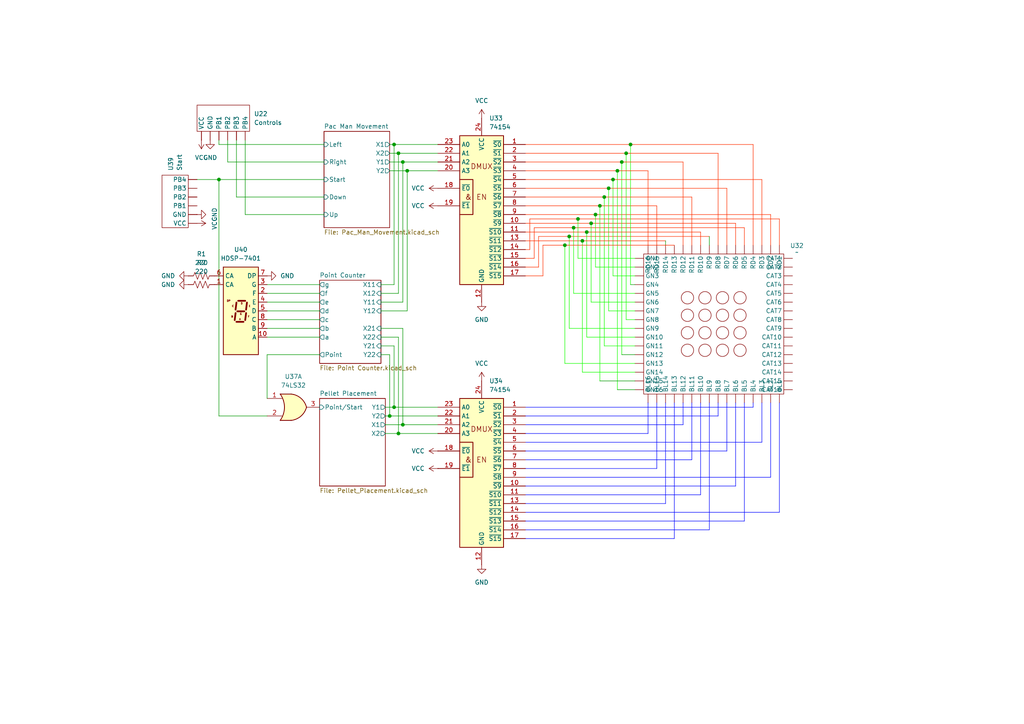
<source format=kicad_sch>
(kicad_sch
	(version 20231120)
	(generator "eeschema")
	(generator_version "8.0")
	(uuid "5d392bb7-a2f8-4373-a070-9bf2073d9b08")
	(paper "A4")
	(lib_symbols
		(symbol "74xx:74LS32"
			(pin_names
				(offset 1.016)
			)
			(exclude_from_sim no)
			(in_bom yes)
			(on_board yes)
			(property "Reference" "U"
				(at 0 1.27 0)
				(effects
					(font
						(size 1.27 1.27)
					)
				)
			)
			(property "Value" "74LS32"
				(at 0 -1.27 0)
				(effects
					(font
						(size 1.27 1.27)
					)
				)
			)
			(property "Footprint" ""
				(at 0 0 0)
				(effects
					(font
						(size 1.27 1.27)
					)
					(hide yes)
				)
			)
			(property "Datasheet" "http://www.ti.com/lit/gpn/sn74LS32"
				(at 0 0 0)
				(effects
					(font
						(size 1.27 1.27)
					)
					(hide yes)
				)
			)
			(property "Description" "Quad 2-input OR"
				(at 0 0 0)
				(effects
					(font
						(size 1.27 1.27)
					)
					(hide yes)
				)
			)
			(property "ki_locked" ""
				(at 0 0 0)
				(effects
					(font
						(size 1.27 1.27)
					)
				)
			)
			(property "ki_keywords" "TTL Or2"
				(at 0 0 0)
				(effects
					(font
						(size 1.27 1.27)
					)
					(hide yes)
				)
			)
			(property "ki_fp_filters" "DIP?14*"
				(at 0 0 0)
				(effects
					(font
						(size 1.27 1.27)
					)
					(hide yes)
				)
			)
			(symbol "74LS32_1_1"
				(arc
					(start -3.81 -3.81)
					(mid -2.589 0)
					(end -3.81 3.81)
					(stroke
						(width 0.254)
						(type default)
					)
					(fill
						(type none)
					)
				)
				(arc
					(start -0.6096 -3.81)
					(mid 2.1842 -2.5851)
					(end 3.81 0)
					(stroke
						(width 0.254)
						(type default)
					)
					(fill
						(type background)
					)
				)
				(polyline
					(pts
						(xy -3.81 -3.81) (xy -0.635 -3.81)
					)
					(stroke
						(width 0.254)
						(type default)
					)
					(fill
						(type background)
					)
				)
				(polyline
					(pts
						(xy -3.81 3.81) (xy -0.635 3.81)
					)
					(stroke
						(width 0.254)
						(type default)
					)
					(fill
						(type background)
					)
				)
				(polyline
					(pts
						(xy -0.635 3.81) (xy -3.81 3.81) (xy -3.81 3.81) (xy -3.556 3.4036) (xy -3.0226 2.2606) (xy -2.6924 1.0414)
						(xy -2.6162 -0.254) (xy -2.7686 -1.4986) (xy -3.175 -2.7178) (xy -3.81 -3.81) (xy -3.81 -3.81)
						(xy -0.635 -3.81)
					)
					(stroke
						(width -25.4)
						(type default)
					)
					(fill
						(type background)
					)
				)
				(arc
					(start 3.81 0)
					(mid 2.1915 2.5936)
					(end -0.6096 3.81)
					(stroke
						(width 0.254)
						(type default)
					)
					(fill
						(type background)
					)
				)
				(pin input line
					(at -7.62 2.54 0)
					(length 4.318)
					(name "~"
						(effects
							(font
								(size 1.27 1.27)
							)
						)
					)
					(number "1"
						(effects
							(font
								(size 1.27 1.27)
							)
						)
					)
				)
				(pin input line
					(at -7.62 -2.54 0)
					(length 4.318)
					(name "~"
						(effects
							(font
								(size 1.27 1.27)
							)
						)
					)
					(number "2"
						(effects
							(font
								(size 1.27 1.27)
							)
						)
					)
				)
				(pin output line
					(at 7.62 0 180)
					(length 3.81)
					(name "~"
						(effects
							(font
								(size 1.27 1.27)
							)
						)
					)
					(number "3"
						(effects
							(font
								(size 1.27 1.27)
							)
						)
					)
				)
			)
			(symbol "74LS32_1_2"
				(arc
					(start 0 -3.81)
					(mid 3.7934 0)
					(end 0 3.81)
					(stroke
						(width 0.254)
						(type default)
					)
					(fill
						(type background)
					)
				)
				(polyline
					(pts
						(xy 0 3.81) (xy -3.81 3.81) (xy -3.81 -3.81) (xy 0 -3.81)
					)
					(stroke
						(width 0.254)
						(type default)
					)
					(fill
						(type background)
					)
				)
				(pin input inverted
					(at -7.62 2.54 0)
					(length 3.81)
					(name "~"
						(effects
							(font
								(size 1.27 1.27)
							)
						)
					)
					(number "1"
						(effects
							(font
								(size 1.27 1.27)
							)
						)
					)
				)
				(pin input inverted
					(at -7.62 -2.54 0)
					(length 3.81)
					(name "~"
						(effects
							(font
								(size 1.27 1.27)
							)
						)
					)
					(number "2"
						(effects
							(font
								(size 1.27 1.27)
							)
						)
					)
				)
				(pin output inverted
					(at 7.62 0 180)
					(length 3.81)
					(name "~"
						(effects
							(font
								(size 1.27 1.27)
							)
						)
					)
					(number "3"
						(effects
							(font
								(size 1.27 1.27)
							)
						)
					)
				)
			)
			(symbol "74LS32_2_1"
				(arc
					(start -3.81 -3.81)
					(mid -2.589 0)
					(end -3.81 3.81)
					(stroke
						(width 0.254)
						(type default)
					)
					(fill
						(type none)
					)
				)
				(arc
					(start -0.6096 -3.81)
					(mid 2.1842 -2.5851)
					(end 3.81 0)
					(stroke
						(width 0.254)
						(type default)
					)
					(fill
						(type background)
					)
				)
				(polyline
					(pts
						(xy -3.81 -3.81) (xy -0.635 -3.81)
					)
					(stroke
						(width 0.254)
						(type default)
					)
					(fill
						(type background)
					)
				)
				(polyline
					(pts
						(xy -3.81 3.81) (xy -0.635 3.81)
					)
					(stroke
						(width 0.254)
						(type default)
					)
					(fill
						(type background)
					)
				)
				(polyline
					(pts
						(xy -0.635 3.81) (xy -3.81 3.81) (xy -3.81 3.81) (xy -3.556 3.4036) (xy -3.0226 2.2606) (xy -2.6924 1.0414)
						(xy -2.6162 -0.254) (xy -2.7686 -1.4986) (xy -3.175 -2.7178) (xy -3.81 -3.81) (xy -3.81 -3.81)
						(xy -0.635 -3.81)
					)
					(stroke
						(width -25.4)
						(type default)
					)
					(fill
						(type background)
					)
				)
				(arc
					(start 3.81 0)
					(mid 2.1915 2.5936)
					(end -0.6096 3.81)
					(stroke
						(width 0.254)
						(type default)
					)
					(fill
						(type background)
					)
				)
				(pin input line
					(at -7.62 2.54 0)
					(length 4.318)
					(name "~"
						(effects
							(font
								(size 1.27 1.27)
							)
						)
					)
					(number "4"
						(effects
							(font
								(size 1.27 1.27)
							)
						)
					)
				)
				(pin input line
					(at -7.62 -2.54 0)
					(length 4.318)
					(name "~"
						(effects
							(font
								(size 1.27 1.27)
							)
						)
					)
					(number "5"
						(effects
							(font
								(size 1.27 1.27)
							)
						)
					)
				)
				(pin output line
					(at 7.62 0 180)
					(length 3.81)
					(name "~"
						(effects
							(font
								(size 1.27 1.27)
							)
						)
					)
					(number "6"
						(effects
							(font
								(size 1.27 1.27)
							)
						)
					)
				)
			)
			(symbol "74LS32_2_2"
				(arc
					(start 0 -3.81)
					(mid 3.7934 0)
					(end 0 3.81)
					(stroke
						(width 0.254)
						(type default)
					)
					(fill
						(type background)
					)
				)
				(polyline
					(pts
						(xy 0 3.81) (xy -3.81 3.81) (xy -3.81 -3.81) (xy 0 -3.81)
					)
					(stroke
						(width 0.254)
						(type default)
					)
					(fill
						(type background)
					)
				)
				(pin input inverted
					(at -7.62 2.54 0)
					(length 3.81)
					(name "~"
						(effects
							(font
								(size 1.27 1.27)
							)
						)
					)
					(number "4"
						(effects
							(font
								(size 1.27 1.27)
							)
						)
					)
				)
				(pin input inverted
					(at -7.62 -2.54 0)
					(length 3.81)
					(name "~"
						(effects
							(font
								(size 1.27 1.27)
							)
						)
					)
					(number "5"
						(effects
							(font
								(size 1.27 1.27)
							)
						)
					)
				)
				(pin output inverted
					(at 7.62 0 180)
					(length 3.81)
					(name "~"
						(effects
							(font
								(size 1.27 1.27)
							)
						)
					)
					(number "6"
						(effects
							(font
								(size 1.27 1.27)
							)
						)
					)
				)
			)
			(symbol "74LS32_3_1"
				(arc
					(start -3.81 -3.81)
					(mid -2.589 0)
					(end -3.81 3.81)
					(stroke
						(width 0.254)
						(type default)
					)
					(fill
						(type none)
					)
				)
				(arc
					(start -0.6096 -3.81)
					(mid 2.1842 -2.5851)
					(end 3.81 0)
					(stroke
						(width 0.254)
						(type default)
					)
					(fill
						(type background)
					)
				)
				(polyline
					(pts
						(xy -3.81 -3.81) (xy -0.635 -3.81)
					)
					(stroke
						(width 0.254)
						(type default)
					)
					(fill
						(type background)
					)
				)
				(polyline
					(pts
						(xy -3.81 3.81) (xy -0.635 3.81)
					)
					(stroke
						(width 0.254)
						(type default)
					)
					(fill
						(type background)
					)
				)
				(polyline
					(pts
						(xy -0.635 3.81) (xy -3.81 3.81) (xy -3.81 3.81) (xy -3.556 3.4036) (xy -3.0226 2.2606) (xy -2.6924 1.0414)
						(xy -2.6162 -0.254) (xy -2.7686 -1.4986) (xy -3.175 -2.7178) (xy -3.81 -3.81) (xy -3.81 -3.81)
						(xy -0.635 -3.81)
					)
					(stroke
						(width -25.4)
						(type default)
					)
					(fill
						(type background)
					)
				)
				(arc
					(start 3.81 0)
					(mid 2.1915 2.5936)
					(end -0.6096 3.81)
					(stroke
						(width 0.254)
						(type default)
					)
					(fill
						(type background)
					)
				)
				(pin input line
					(at -7.62 -2.54 0)
					(length 4.318)
					(name "~"
						(effects
							(font
								(size 1.27 1.27)
							)
						)
					)
					(number "10"
						(effects
							(font
								(size 1.27 1.27)
							)
						)
					)
				)
				(pin output line
					(at 7.62 0 180)
					(length 3.81)
					(name "~"
						(effects
							(font
								(size 1.27 1.27)
							)
						)
					)
					(number "8"
						(effects
							(font
								(size 1.27 1.27)
							)
						)
					)
				)
				(pin input line
					(at -7.62 2.54 0)
					(length 4.318)
					(name "~"
						(effects
							(font
								(size 1.27 1.27)
							)
						)
					)
					(number "9"
						(effects
							(font
								(size 1.27 1.27)
							)
						)
					)
				)
			)
			(symbol "74LS32_3_2"
				(arc
					(start 0 -3.81)
					(mid 3.7934 0)
					(end 0 3.81)
					(stroke
						(width 0.254)
						(type default)
					)
					(fill
						(type background)
					)
				)
				(polyline
					(pts
						(xy 0 3.81) (xy -3.81 3.81) (xy -3.81 -3.81) (xy 0 -3.81)
					)
					(stroke
						(width 0.254)
						(type default)
					)
					(fill
						(type background)
					)
				)
				(pin input inverted
					(at -7.62 -2.54 0)
					(length 3.81)
					(name "~"
						(effects
							(font
								(size 1.27 1.27)
							)
						)
					)
					(number "10"
						(effects
							(font
								(size 1.27 1.27)
							)
						)
					)
				)
				(pin output inverted
					(at 7.62 0 180)
					(length 3.81)
					(name "~"
						(effects
							(font
								(size 1.27 1.27)
							)
						)
					)
					(number "8"
						(effects
							(font
								(size 1.27 1.27)
							)
						)
					)
				)
				(pin input inverted
					(at -7.62 2.54 0)
					(length 3.81)
					(name "~"
						(effects
							(font
								(size 1.27 1.27)
							)
						)
					)
					(number "9"
						(effects
							(font
								(size 1.27 1.27)
							)
						)
					)
				)
			)
			(symbol "74LS32_4_1"
				(arc
					(start -3.81 -3.81)
					(mid -2.589 0)
					(end -3.81 3.81)
					(stroke
						(width 0.254)
						(type default)
					)
					(fill
						(type none)
					)
				)
				(arc
					(start -0.6096 -3.81)
					(mid 2.1842 -2.5851)
					(end 3.81 0)
					(stroke
						(width 0.254)
						(type default)
					)
					(fill
						(type background)
					)
				)
				(polyline
					(pts
						(xy -3.81 -3.81) (xy -0.635 -3.81)
					)
					(stroke
						(width 0.254)
						(type default)
					)
					(fill
						(type background)
					)
				)
				(polyline
					(pts
						(xy -3.81 3.81) (xy -0.635 3.81)
					)
					(stroke
						(width 0.254)
						(type default)
					)
					(fill
						(type background)
					)
				)
				(polyline
					(pts
						(xy -0.635 3.81) (xy -3.81 3.81) (xy -3.81 3.81) (xy -3.556 3.4036) (xy -3.0226 2.2606) (xy -2.6924 1.0414)
						(xy -2.6162 -0.254) (xy -2.7686 -1.4986) (xy -3.175 -2.7178) (xy -3.81 -3.81) (xy -3.81 -3.81)
						(xy -0.635 -3.81)
					)
					(stroke
						(width -25.4)
						(type default)
					)
					(fill
						(type background)
					)
				)
				(arc
					(start 3.81 0)
					(mid 2.1915 2.5936)
					(end -0.6096 3.81)
					(stroke
						(width 0.254)
						(type default)
					)
					(fill
						(type background)
					)
				)
				(pin output line
					(at 7.62 0 180)
					(length 3.81)
					(name "~"
						(effects
							(font
								(size 1.27 1.27)
							)
						)
					)
					(number "11"
						(effects
							(font
								(size 1.27 1.27)
							)
						)
					)
				)
				(pin input line
					(at -7.62 2.54 0)
					(length 4.318)
					(name "~"
						(effects
							(font
								(size 1.27 1.27)
							)
						)
					)
					(number "12"
						(effects
							(font
								(size 1.27 1.27)
							)
						)
					)
				)
				(pin input line
					(at -7.62 -2.54 0)
					(length 4.318)
					(name "~"
						(effects
							(font
								(size 1.27 1.27)
							)
						)
					)
					(number "13"
						(effects
							(font
								(size 1.27 1.27)
							)
						)
					)
				)
			)
			(symbol "74LS32_4_2"
				(arc
					(start 0 -3.81)
					(mid 3.7934 0)
					(end 0 3.81)
					(stroke
						(width 0.254)
						(type default)
					)
					(fill
						(type background)
					)
				)
				(polyline
					(pts
						(xy 0 3.81) (xy -3.81 3.81) (xy -3.81 -3.81) (xy 0 -3.81)
					)
					(stroke
						(width 0.254)
						(type default)
					)
					(fill
						(type background)
					)
				)
				(pin output inverted
					(at 7.62 0 180)
					(length 3.81)
					(name "~"
						(effects
							(font
								(size 1.27 1.27)
							)
						)
					)
					(number "11"
						(effects
							(font
								(size 1.27 1.27)
							)
						)
					)
				)
				(pin input inverted
					(at -7.62 2.54 0)
					(length 3.81)
					(name "~"
						(effects
							(font
								(size 1.27 1.27)
							)
						)
					)
					(number "12"
						(effects
							(font
								(size 1.27 1.27)
							)
						)
					)
				)
				(pin input inverted
					(at -7.62 -2.54 0)
					(length 3.81)
					(name "~"
						(effects
							(font
								(size 1.27 1.27)
							)
						)
					)
					(number "13"
						(effects
							(font
								(size 1.27 1.27)
							)
						)
					)
				)
			)
			(symbol "74LS32_5_0"
				(pin power_in line
					(at 0 12.7 270)
					(length 5.08)
					(name "VCC"
						(effects
							(font
								(size 1.27 1.27)
							)
						)
					)
					(number "14"
						(effects
							(font
								(size 1.27 1.27)
							)
						)
					)
				)
				(pin power_in line
					(at 0 -12.7 90)
					(length 5.08)
					(name "GND"
						(effects
							(font
								(size 1.27 1.27)
							)
						)
					)
					(number "7"
						(effects
							(font
								(size 1.27 1.27)
							)
						)
					)
				)
			)
			(symbol "74LS32_5_1"
				(rectangle
					(start -5.08 7.62)
					(end 5.08 -7.62)
					(stroke
						(width 0.254)
						(type default)
					)
					(fill
						(type background)
					)
				)
			)
		)
		(symbol "74xx_IEEE:74154"
			(exclude_from_sim no)
			(in_bom yes)
			(on_board yes)
			(property "Reference" "U"
				(at 6.35 25.4 0)
				(effects
					(font
						(size 1.27 1.27)
					)
				)
			)
			(property "Value" "74154"
				(at 7.62 -21.59 0)
				(effects
					(font
						(size 1.27 1.27)
					)
				)
			)
			(property "Footprint" ""
				(at 0 0 0)
				(effects
					(font
						(size 1.27 1.27)
					)
					(hide yes)
				)
			)
			(property "Datasheet" "https://www.ti.com/lit/gpn/CD74HCT154"
				(at 24.892 -26.67 0)
				(effects
					(font
						(size 1.27 1.27)
					)
					(hide yes)
				)
			)
			(property "Description" "4 to 16 lines Decoder/Demultiplexer"
				(at 22.606 -24.13 0)
				(effects
					(font
						(size 1.27 1.27)
					)
					(hide yes)
				)
			)
			(property "ki_keywords" "demux"
				(at 0 0 0)
				(effects
					(font
						(size 1.27 1.27)
					)
					(hide yes)
				)
			)
			(property "ki_fp_filters" "SOIC*7.5x15.4mm*P1.27mm* DIP*W15.24mm*"
				(at 0 0 0)
				(effects
					(font
						(size 1.27 1.27)
					)
					(hide yes)
				)
			)
			(symbol "74154_0_0"
				(rectangle
					(start -6.35 22.86)
					(end 6.35 -20.32)
					(stroke
						(width 0.254)
						(type default)
					)
					(fill
						(type background)
					)
				)
				(polyline
					(pts
						(xy -6.35 10.16) (xy -2.54 10.16) (xy -2.54 0) (xy -6.35 0) (xy -6.35 0)
					)
					(stroke
						(width 0.254)
						(type default)
					)
					(fill
						(type background)
					)
				)
				(text "&"
					(at -3.81 5.08 0)
					(effects
						(font
							(size 1.524 1.524)
						)
					)
				)
				(text "DMUX"
					(at 0 13.97 0)
					(effects
						(font
							(size 1.524 1.524)
						)
					)
				)
				(text "EN"
					(at 0 5.08 0)
					(effects
						(font
							(size 1.524 1.524)
						)
					)
				)
				(pin power_in line
					(at 0 -25.4 90)
					(length 5.08)
					(name "GND"
						(effects
							(font
								(size 1.27 1.27)
							)
						)
					)
					(number "12"
						(effects
							(font
								(size 1.27 1.27)
							)
						)
					)
				)
				(pin power_in line
					(at 0 27.94 270)
					(length 5.08)
					(name "VCC"
						(effects
							(font
								(size 1.27 1.27)
							)
						)
					)
					(number "24"
						(effects
							(font
								(size 1.27 1.27)
							)
						)
					)
				)
			)
			(symbol "74154_1_1"
				(pin output line
					(at 12.7 20.32 180)
					(length 6.35)
					(name "~{S0}"
						(effects
							(font
								(size 1.27 1.27)
							)
						)
					)
					(number "1"
						(effects
							(font
								(size 1.27 1.27)
							)
						)
					)
				)
				(pin output line
					(at 12.7 -2.54 180)
					(length 6.35)
					(name "~{S9}"
						(effects
							(font
								(size 1.27 1.27)
							)
						)
					)
					(number "10"
						(effects
							(font
								(size 1.27 1.27)
							)
						)
					)
				)
				(pin output line
					(at 12.7 -5.08 180)
					(length 6.35)
					(name "~{S10}"
						(effects
							(font
								(size 1.27 1.27)
							)
						)
					)
					(number "11"
						(effects
							(font
								(size 1.27 1.27)
							)
						)
					)
				)
				(pin output line
					(at 12.7 -7.62 180)
					(length 6.35)
					(name "~{S11}"
						(effects
							(font
								(size 1.27 1.27)
							)
						)
					)
					(number "13"
						(effects
							(font
								(size 1.27 1.27)
							)
						)
					)
				)
				(pin output line
					(at 12.7 -10.16 180)
					(length 6.35)
					(name "~{S12}"
						(effects
							(font
								(size 1.27 1.27)
							)
						)
					)
					(number "14"
						(effects
							(font
								(size 1.27 1.27)
							)
						)
					)
				)
				(pin output line
					(at 12.7 -12.7 180)
					(length 6.35)
					(name "~{S13}"
						(effects
							(font
								(size 1.27 1.27)
							)
						)
					)
					(number "15"
						(effects
							(font
								(size 1.27 1.27)
							)
						)
					)
				)
				(pin output line
					(at 12.7 -15.24 180)
					(length 6.35)
					(name "~{S14}"
						(effects
							(font
								(size 1.27 1.27)
							)
						)
					)
					(number "16"
						(effects
							(font
								(size 1.27 1.27)
							)
						)
					)
				)
				(pin output line
					(at 12.7 -17.78 180)
					(length 6.35)
					(name "~{S15}"
						(effects
							(font
								(size 1.27 1.27)
							)
						)
					)
					(number "17"
						(effects
							(font
								(size 1.27 1.27)
							)
						)
					)
				)
				(pin input line
					(at -12.7 7.62 0)
					(length 6.35)
					(name "~{E0}"
						(effects
							(font
								(size 1.27 1.27)
							)
						)
					)
					(number "18"
						(effects
							(font
								(size 1.27 1.27)
							)
						)
					)
				)
				(pin input line
					(at -12.7 2.54 0)
					(length 6.35)
					(name "~{E1}"
						(effects
							(font
								(size 1.27 1.27)
							)
						)
					)
					(number "19"
						(effects
							(font
								(size 1.27 1.27)
							)
						)
					)
				)
				(pin output line
					(at 12.7 17.78 180)
					(length 6.35)
					(name "~{S1}"
						(effects
							(font
								(size 1.27 1.27)
							)
						)
					)
					(number "2"
						(effects
							(font
								(size 1.27 1.27)
							)
						)
					)
				)
				(pin input line
					(at -12.7 12.7 0)
					(length 6.35)
					(name "A3"
						(effects
							(font
								(size 1.27 1.27)
							)
						)
					)
					(number "20"
						(effects
							(font
								(size 1.27 1.27)
							)
						)
					)
				)
				(pin input line
					(at -12.7 15.24 0)
					(length 6.35)
					(name "A2"
						(effects
							(font
								(size 1.27 1.27)
							)
						)
					)
					(number "21"
						(effects
							(font
								(size 1.27 1.27)
							)
						)
					)
				)
				(pin input line
					(at -12.7 17.78 0)
					(length 6.35)
					(name "A1"
						(effects
							(font
								(size 1.27 1.27)
							)
						)
					)
					(number "22"
						(effects
							(font
								(size 1.27 1.27)
							)
						)
					)
				)
				(pin input line
					(at -12.7 20.32 0)
					(length 6.35)
					(name "A0"
						(effects
							(font
								(size 1.27 1.27)
							)
						)
					)
					(number "23"
						(effects
							(font
								(size 1.27 1.27)
							)
						)
					)
				)
				(pin output line
					(at 12.7 15.24 180)
					(length 6.35)
					(name "~{S2}"
						(effects
							(font
								(size 1.27 1.27)
							)
						)
					)
					(number "3"
						(effects
							(font
								(size 1.27 1.27)
							)
						)
					)
				)
				(pin output line
					(at 12.7 12.7 180)
					(length 6.35)
					(name "~{S3}"
						(effects
							(font
								(size 1.27 1.27)
							)
						)
					)
					(number "4"
						(effects
							(font
								(size 1.27 1.27)
							)
						)
					)
				)
				(pin output line
					(at 12.7 10.16 180)
					(length 6.35)
					(name "~{S4}"
						(effects
							(font
								(size 1.27 1.27)
							)
						)
					)
					(number "5"
						(effects
							(font
								(size 1.27 1.27)
							)
						)
					)
				)
				(pin output line
					(at 12.7 7.62 180)
					(length 6.35)
					(name "~{S5}"
						(effects
							(font
								(size 1.27 1.27)
							)
						)
					)
					(number "6"
						(effects
							(font
								(size 1.27 1.27)
							)
						)
					)
				)
				(pin output line
					(at 12.7 5.08 180)
					(length 6.35)
					(name "~{S6}"
						(effects
							(font
								(size 1.27 1.27)
							)
						)
					)
					(number "7"
						(effects
							(font
								(size 1.27 1.27)
							)
						)
					)
				)
				(pin output line
					(at 12.7 2.54 180)
					(length 6.35)
					(name "~{S7}"
						(effects
							(font
								(size 1.27 1.27)
							)
						)
					)
					(number "8"
						(effects
							(font
								(size 1.27 1.27)
							)
						)
					)
				)
				(pin output line
					(at 12.7 0 180)
					(length 6.35)
					(name "~{S8}"
						(effects
							(font
								(size 1.27 1.27)
							)
						)
					)
					(number "9"
						(effects
							(font
								(size 1.27 1.27)
							)
						)
					)
				)
			)
		)
		(symbol "Device:R_US"
			(pin_numbers hide)
			(pin_names
				(offset 0)
			)
			(exclude_from_sim no)
			(in_bom yes)
			(on_board yes)
			(property "Reference" "R"
				(at 2.54 0 90)
				(effects
					(font
						(size 1.27 1.27)
					)
				)
			)
			(property "Value" "R_US"
				(at -2.54 0 90)
				(effects
					(font
						(size 1.27 1.27)
					)
				)
			)
			(property "Footprint" ""
				(at 1.016 -0.254 90)
				(effects
					(font
						(size 1.27 1.27)
					)
					(hide yes)
				)
			)
			(property "Datasheet" "~"
				(at 0 0 0)
				(effects
					(font
						(size 1.27 1.27)
					)
					(hide yes)
				)
			)
			(property "Description" "Resistor, US symbol"
				(at 0 0 0)
				(effects
					(font
						(size 1.27 1.27)
					)
					(hide yes)
				)
			)
			(property "ki_keywords" "R res resistor"
				(at 0 0 0)
				(effects
					(font
						(size 1.27 1.27)
					)
					(hide yes)
				)
			)
			(property "ki_fp_filters" "R_*"
				(at 0 0 0)
				(effects
					(font
						(size 1.27 1.27)
					)
					(hide yes)
				)
			)
			(symbol "R_US_0_1"
				(polyline
					(pts
						(xy 0 -2.286) (xy 0 -2.54)
					)
					(stroke
						(width 0)
						(type default)
					)
					(fill
						(type none)
					)
				)
				(polyline
					(pts
						(xy 0 2.286) (xy 0 2.54)
					)
					(stroke
						(width 0)
						(type default)
					)
					(fill
						(type none)
					)
				)
				(polyline
					(pts
						(xy 0 -0.762) (xy 1.016 -1.143) (xy 0 -1.524) (xy -1.016 -1.905) (xy 0 -2.286)
					)
					(stroke
						(width 0)
						(type default)
					)
					(fill
						(type none)
					)
				)
				(polyline
					(pts
						(xy 0 0.762) (xy 1.016 0.381) (xy 0 0) (xy -1.016 -0.381) (xy 0 -0.762)
					)
					(stroke
						(width 0)
						(type default)
					)
					(fill
						(type none)
					)
				)
				(polyline
					(pts
						(xy 0 2.286) (xy 1.016 1.905) (xy 0 1.524) (xy -1.016 1.143) (xy 0 0.762)
					)
					(stroke
						(width 0)
						(type default)
					)
					(fill
						(type none)
					)
				)
			)
			(symbol "R_US_1_1"
				(pin passive line
					(at 0 3.81 270)
					(length 1.27)
					(name "~"
						(effects
							(font
								(size 1.27 1.27)
							)
						)
					)
					(number "1"
						(effects
							(font
								(size 1.27 1.27)
							)
						)
					)
				)
				(pin passive line
					(at 0 -3.81 90)
					(length 1.27)
					(name "~"
						(effects
							(font
								(size 1.27 1.27)
							)
						)
					)
					(number "2"
						(effects
							(font
								(size 1.27 1.27)
							)
						)
					)
				)
			)
		)
		(symbol "Display_Character:HDSP-7401"
			(exclude_from_sim no)
			(in_bom yes)
			(on_board yes)
			(property "Reference" "U"
				(at -3.81 13.97 0)
				(effects
					(font
						(size 1.27 1.27)
					)
				)
			)
			(property "Value" "HDSP-7401"
				(at 6.35 13.97 0)
				(effects
					(font
						(size 1.27 1.27)
					)
				)
			)
			(property "Footprint" "Display_7Segment:HDSP-7401"
				(at 0 -13.97 0)
				(effects
					(font
						(size 1.27 1.27)
					)
					(hide yes)
				)
			)
			(property "Datasheet" "https://docs.broadcom.com/docs/AV02-2553EN"
				(at 0 0 0)
				(effects
					(font
						(size 1.27 1.27)
					)
					(hide yes)
				)
			)
			(property "Description" "One digit 7 segment yellow, common anode"
				(at 0 0 0)
				(effects
					(font
						(size 1.27 1.27)
					)
					(hide yes)
				)
			)
			(property "ki_keywords" "display LED 7-segment"
				(at 0 0 0)
				(effects
					(font
						(size 1.27 1.27)
					)
					(hide yes)
				)
			)
			(property "ki_fp_filters" "HDSP?7401*"
				(at 0 0 0)
				(effects
					(font
						(size 1.27 1.27)
					)
					(hide yes)
				)
			)
			(symbol "HDSP-7401_1_0"
				(text "A"
					(at 0.254 2.413 0)
					(effects
						(font
							(size 0.508 0.508)
						)
					)
				)
				(text "B"
					(at 2.54 1.651 0)
					(effects
						(font
							(size 0.508 0.508)
						)
					)
				)
				(text "C"
					(at 2.286 -1.397 0)
					(effects
						(font
							(size 0.508 0.508)
						)
					)
				)
				(text "D"
					(at -0.254 -2.159 0)
					(effects
						(font
							(size 0.508 0.508)
						)
					)
				)
				(text "DP"
					(at 3.556 -2.921 0)
					(effects
						(font
							(size 0.508 0.508)
						)
					)
				)
				(text "E"
					(at -2.54 -1.397 0)
					(effects
						(font
							(size 0.508 0.508)
						)
					)
				)
				(text "F"
					(at -2.286 1.651 0)
					(effects
						(font
							(size 0.508 0.508)
						)
					)
				)
				(text "G"
					(at 0 0.889 0)
					(effects
						(font
							(size 0.508 0.508)
						)
					)
				)
			)
			(symbol "HDSP-7401_1_1"
				(rectangle
					(start -5.08 12.7)
					(end 5.08 -12.7)
					(stroke
						(width 0.254)
						(type default)
					)
					(fill
						(type background)
					)
				)
				(polyline
					(pts
						(xy -1.524 -0.381) (xy -1.778 -2.413)
					)
					(stroke
						(width 0.508)
						(type default)
					)
					(fill
						(type none)
					)
				)
				(polyline
					(pts
						(xy -1.27 -2.921) (xy 0.762 -2.921)
					)
					(stroke
						(width 0.508)
						(type default)
					)
					(fill
						(type none)
					)
				)
				(polyline
					(pts
						(xy -1.27 2.667) (xy -1.524 0.635)
					)
					(stroke
						(width 0.508)
						(type default)
					)
					(fill
						(type none)
					)
				)
				(polyline
					(pts
						(xy -1.016 0.127) (xy 1.016 0.127)
					)
					(stroke
						(width 0.508)
						(type default)
					)
					(fill
						(type none)
					)
				)
				(polyline
					(pts
						(xy -0.762 3.175) (xy 1.27 3.175)
					)
					(stroke
						(width 0.508)
						(type default)
					)
					(fill
						(type none)
					)
				)
				(polyline
					(pts
						(xy 1.524 -0.381) (xy 1.27 -2.413)
					)
					(stroke
						(width 0.508)
						(type default)
					)
					(fill
						(type none)
					)
				)
				(polyline
					(pts
						(xy 1.778 2.667) (xy 1.524 0.635)
					)
					(stroke
						(width 0.508)
						(type default)
					)
					(fill
						(type none)
					)
				)
				(polyline
					(pts
						(xy 2.54 -2.921) (xy 2.54 -2.921)
					)
					(stroke
						(width 0.508)
						(type default)
					)
					(fill
						(type none)
					)
				)
				(pin input line
					(at 7.62 -7.62 180)
					(length 2.54)
					(name "CA"
						(effects
							(font
								(size 1.27 1.27)
							)
						)
					)
					(number "1"
						(effects
							(font
								(size 1.27 1.27)
							)
						)
					)
				)
				(pin input line
					(at -7.62 7.62 0)
					(length 2.54)
					(name "A"
						(effects
							(font
								(size 1.27 1.27)
							)
						)
					)
					(number "10"
						(effects
							(font
								(size 1.27 1.27)
							)
						)
					)
				)
				(pin input line
					(at -7.62 -5.08 0)
					(length 2.54)
					(name "F"
						(effects
							(font
								(size 1.27 1.27)
							)
						)
					)
					(number "2"
						(effects
							(font
								(size 1.27 1.27)
							)
						)
					)
				)
				(pin input line
					(at -7.62 -7.62 0)
					(length 2.54)
					(name "G"
						(effects
							(font
								(size 1.27 1.27)
							)
						)
					)
					(number "3"
						(effects
							(font
								(size 1.27 1.27)
							)
						)
					)
				)
				(pin input line
					(at -7.62 -2.54 0)
					(length 2.54)
					(name "E"
						(effects
							(font
								(size 1.27 1.27)
							)
						)
					)
					(number "4"
						(effects
							(font
								(size 1.27 1.27)
							)
						)
					)
				)
				(pin input line
					(at -7.62 0 0)
					(length 2.54)
					(name "D"
						(effects
							(font
								(size 1.27 1.27)
							)
						)
					)
					(number "5"
						(effects
							(font
								(size 1.27 1.27)
							)
						)
					)
				)
				(pin input line
					(at 7.62 -10.16 180)
					(length 2.54)
					(name "CA"
						(effects
							(font
								(size 1.27 1.27)
							)
						)
					)
					(number "6"
						(effects
							(font
								(size 1.27 1.27)
							)
						)
					)
				)
				(pin input line
					(at -7.62 -10.16 0)
					(length 2.54)
					(name "DP"
						(effects
							(font
								(size 1.27 1.27)
							)
						)
					)
					(number "7"
						(effects
							(font
								(size 1.27 1.27)
							)
						)
					)
				)
				(pin input line
					(at -7.62 2.54 0)
					(length 2.54)
					(name "C"
						(effects
							(font
								(size 1.27 1.27)
							)
						)
					)
					(number "8"
						(effects
							(font
								(size 1.27 1.27)
							)
						)
					)
				)
				(pin input line
					(at -7.62 5.08 0)
					(length 2.54)
					(name "B"
						(effects
							(font
								(size 1.27 1.27)
							)
						)
					)
					(number "9"
						(effects
							(font
								(size 1.27 1.27)
							)
						)
					)
				)
			)
		)
		(symbol "Pasquale:debounced_buttons"
			(exclude_from_sim no)
			(in_bom yes)
			(on_board yes)
			(property "Reference" "U"
				(at 0 0 0)
				(effects
					(font
						(size 1.27 1.27)
					)
				)
			)
			(property "Value" "debounced_buttons"
				(at 0 0 0)
				(effects
					(font
						(size 1.27 1.27)
					)
				)
			)
			(property "Footprint" ""
				(at 0 0 0)
				(effects
					(font
						(size 1.27 1.27)
					)
					(hide yes)
				)
			)
			(property "Datasheet" ""
				(at 0 0 0)
				(effects
					(font
						(size 1.27 1.27)
					)
					(hide yes)
				)
			)
			(property "Description" ""
				(at 0 0 0)
				(effects
					(font
						(size 1.27 1.27)
					)
					(hide yes)
				)
			)
			(symbol "debounced_buttons_0_1"
				(rectangle
					(start -7.62 -1.27)
					(end 7.62 -8.89)
					(stroke
						(width 0)
						(type default)
					)
					(fill
						(type none)
					)
				)
			)
			(symbol "debounced_buttons_1_1"
				(pin input line
					(at -3.81 -11.43 90)
					(length 2.54)
					(name "GND"
						(effects
							(font
								(size 1.27 1.27)
							)
						)
					)
					(number ""
						(effects
							(font
								(size 1.27 1.27)
							)
						)
					)
				)
				(pin output line
					(at -1.27 -11.43 90)
					(length 2.54)
					(name "PB1"
						(effects
							(font
								(size 1.27 1.27)
							)
						)
					)
					(number ""
						(effects
							(font
								(size 1.27 1.27)
							)
						)
					)
				)
				(pin output line
					(at 1.27 -11.43 90)
					(length 2.54)
					(name "PB2"
						(effects
							(font
								(size 1.27 1.27)
							)
						)
					)
					(number ""
						(effects
							(font
								(size 1.27 1.27)
							)
						)
					)
				)
				(pin output line
					(at 3.81 -11.43 90)
					(length 2.54)
					(name "PB3"
						(effects
							(font
								(size 1.27 1.27)
							)
						)
					)
					(number ""
						(effects
							(font
								(size 1.27 1.27)
							)
						)
					)
				)
				(pin output line
					(at 6.35 -11.43 90)
					(length 2.54)
					(name "PB4"
						(effects
							(font
								(size 1.27 1.27)
							)
						)
					)
					(number ""
						(effects
							(font
								(size 1.27 1.27)
							)
						)
					)
				)
				(pin input line
					(at -6.35 -11.43 90)
					(length 2.54)
					(name "VCC"
						(effects
							(font
								(size 1.27 1.27)
							)
						)
					)
					(number ""
						(effects
							(font
								(size 1.27 1.27)
							)
						)
					)
				)
			)
		)
		(symbol "Pasquale:rgb-led-matrix"
			(exclude_from_sim no)
			(in_bom yes)
			(on_board yes)
			(property "Reference" "U"
				(at 0 0 0)
				(effects
					(font
						(size 1.27 1.27)
					)
				)
			)
			(property "Value" ""
				(at -17.78 0 0)
				(effects
					(font
						(size 1.27 1.27)
					)
				)
			)
			(property "Footprint" ""
				(at -17.78 0 0)
				(effects
					(font
						(size 1.27 1.27)
					)
					(hide yes)
				)
			)
			(property "Datasheet" ""
				(at -17.78 0 0)
				(effects
					(font
						(size 1.27 1.27)
					)
					(hide yes)
				)
			)
			(property "Description" ""
				(at -17.78 0 0)
				(effects
					(font
						(size 1.27 1.27)
					)
					(hide yes)
				)
			)
			(symbol "rgb-led-matrix_0_1"
				(rectangle
					(start -20.32 -1.27)
					(end 20.32 -41.91)
					(stroke
						(width 0)
						(type default)
					)
					(fill
						(type none)
					)
				)
				(circle
					(center -7.62 -29.21)
					(radius 1.7961)
					(stroke
						(width 0)
						(type default)
					)
					(fill
						(type none)
					)
				)
				(circle
					(center -7.62 -24.13)
					(radius 1.7961)
					(stroke
						(width 0)
						(type default)
					)
					(fill
						(type none)
					)
				)
				(circle
					(center -7.62 -19.05)
					(radius 1.7961)
					(stroke
						(width 0)
						(type default)
					)
					(fill
						(type none)
					)
				)
				(circle
					(center -7.62 -13.97)
					(radius 1.7961)
					(stroke
						(width 0)
						(type default)
					)
					(fill
						(type none)
					)
				)
				(circle
					(center -2.54 -29.21)
					(radius 1.7961)
					(stroke
						(width 0)
						(type default)
					)
					(fill
						(type none)
					)
				)
				(circle
					(center -2.54 -24.13)
					(radius 1.7961)
					(stroke
						(width 0)
						(type default)
					)
					(fill
						(type none)
					)
				)
				(circle
					(center -2.54 -19.05)
					(radius 1.7961)
					(stroke
						(width 0)
						(type default)
					)
					(fill
						(type none)
					)
				)
				(circle
					(center -2.54 -13.97)
					(radius 1.7961)
					(stroke
						(width 0)
						(type default)
					)
					(fill
						(type none)
					)
				)
				(circle
					(center 2.54 -29.21)
					(radius 1.7961)
					(stroke
						(width 0)
						(type default)
					)
					(fill
						(type none)
					)
				)
				(circle
					(center 2.54 -24.13)
					(radius 1.7961)
					(stroke
						(width 0)
						(type default)
					)
					(fill
						(type none)
					)
				)
				(circle
					(center 2.54 -19.05)
					(radius 1.7961)
					(stroke
						(width 0)
						(type default)
					)
					(fill
						(type none)
					)
				)
				(circle
					(center 2.54 -13.97)
					(radius 1.7961)
					(stroke
						(width 0)
						(type default)
					)
					(fill
						(type none)
					)
				)
				(circle
					(center 7.62 -29.21)
					(radius 1.7961)
					(stroke
						(width 0)
						(type default)
					)
					(fill
						(type none)
					)
				)
				(circle
					(center 7.62 -24.13)
					(radius 1.7961)
					(stroke
						(width 0)
						(type default)
					)
					(fill
						(type none)
					)
				)
				(circle
					(center 7.62 -19.05)
					(radius 1.7961)
					(stroke
						(width 0)
						(type default)
					)
					(fill
						(type none)
					)
				)
				(circle
					(center 7.62 -13.97)
					(radius 1.7961)
					(stroke
						(width 0)
						(type default)
					)
					(fill
						(type none)
					)
				)
			)
			(symbol "rgb-led-matrix_1_1"
				(pin input line
					(at 22.86 -2.54 180)
					(length 2.54)
					(name "BL1"
						(effects
							(font
								(size 1.27 1.27)
							)
						)
					)
					(number ""
						(effects
							(font
								(size 1.27 1.27)
							)
						)
					)
				)
				(pin input line
					(at 22.86 -25.4 180)
					(length 2.54)
					(name "BL10"
						(effects
							(font
								(size 1.27 1.27)
							)
						)
					)
					(number ""
						(effects
							(font
								(size 1.27 1.27)
							)
						)
					)
				)
				(pin input line
					(at 22.86 -27.94 180)
					(length 2.54)
					(name "BL11"
						(effects
							(font
								(size 1.27 1.27)
							)
						)
					)
					(number ""
						(effects
							(font
								(size 1.27 1.27)
							)
						)
					)
				)
				(pin input line
					(at 22.86 -30.48 180)
					(length 2.54)
					(name "BL12"
						(effects
							(font
								(size 1.27 1.27)
							)
						)
					)
					(number ""
						(effects
							(font
								(size 1.27 1.27)
							)
						)
					)
				)
				(pin input line
					(at 22.86 -33.02 180)
					(length 2.54)
					(name "BL13"
						(effects
							(font
								(size 1.27 1.27)
							)
						)
					)
					(number ""
						(effects
							(font
								(size 1.27 1.27)
							)
						)
					)
				)
				(pin input line
					(at 22.86 -35.56 180)
					(length 2.54)
					(name "BL14"
						(effects
							(font
								(size 1.27 1.27)
							)
						)
					)
					(number ""
						(effects
							(font
								(size 1.27 1.27)
							)
						)
					)
				)
				(pin input line
					(at 22.86 -38.1 180)
					(length 2.54)
					(name "BL15"
						(effects
							(font
								(size 1.27 1.27)
							)
						)
					)
					(number ""
						(effects
							(font
								(size 1.27 1.27)
							)
						)
					)
				)
				(pin input line
					(at 22.86 -40.64 180)
					(length 2.54)
					(name "BL16"
						(effects
							(font
								(size 1.27 1.27)
							)
						)
					)
					(number ""
						(effects
							(font
								(size 1.27 1.27)
							)
						)
					)
				)
				(pin input line
					(at 22.86 -5.08 180)
					(length 2.54)
					(name "BL2"
						(effects
							(font
								(size 1.27 1.27)
							)
						)
					)
					(number ""
						(effects
							(font
								(size 1.27 1.27)
							)
						)
					)
				)
				(pin input line
					(at 22.86 -7.62 180)
					(length 2.54)
					(name "BL3"
						(effects
							(font
								(size 1.27 1.27)
							)
						)
					)
					(number ""
						(effects
							(font
								(size 1.27 1.27)
							)
						)
					)
				)
				(pin input line
					(at 22.86 -10.16 180)
					(length 2.54)
					(name "BL4"
						(effects
							(font
								(size 1.27 1.27)
							)
						)
					)
					(number ""
						(effects
							(font
								(size 1.27 1.27)
							)
						)
					)
				)
				(pin input line
					(at 22.86 -12.7 180)
					(length 2.54)
					(name "BL5"
						(effects
							(font
								(size 1.27 1.27)
							)
						)
					)
					(number ""
						(effects
							(font
								(size 1.27 1.27)
							)
						)
					)
				)
				(pin input line
					(at 22.86 -15.24 180)
					(length 2.54)
					(name "BL6"
						(effects
							(font
								(size 1.27 1.27)
							)
						)
					)
					(number ""
						(effects
							(font
								(size 1.27 1.27)
							)
						)
					)
				)
				(pin input line
					(at 22.86 -17.78 180)
					(length 2.54)
					(name "BL7"
						(effects
							(font
								(size 1.27 1.27)
							)
						)
					)
					(number ""
						(effects
							(font
								(size 1.27 1.27)
							)
						)
					)
				)
				(pin input line
					(at 22.86 -20.32 180)
					(length 2.54)
					(name "BL8"
						(effects
							(font
								(size 1.27 1.27)
							)
						)
					)
					(number ""
						(effects
							(font
								(size 1.27 1.27)
							)
						)
					)
				)
				(pin input line
					(at 22.86 -22.86 180)
					(length 2.54)
					(name "BL9"
						(effects
							(font
								(size 1.27 1.27)
							)
						)
					)
					(number ""
						(effects
							(font
								(size 1.27 1.27)
							)
						)
					)
				)
				(pin input line
					(at -19.05 1.27 270)
					(length 2.54)
					(name "CAT1"
						(effects
							(font
								(size 1.27 1.27)
							)
						)
					)
					(number ""
						(effects
							(font
								(size 1.27 1.27)
							)
						)
					)
				)
				(pin input line
					(at 3.81 1.27 270)
					(length 2.54)
					(name "CAT10"
						(effects
							(font
								(size 1.27 1.27)
							)
						)
					)
					(number ""
						(effects
							(font
								(size 1.27 1.27)
							)
						)
					)
				)
				(pin input line
					(at 6.35 1.27 270)
					(length 2.54)
					(name "CAT11"
						(effects
							(font
								(size 1.27 1.27)
							)
						)
					)
					(number ""
						(effects
							(font
								(size 1.27 1.27)
							)
						)
					)
				)
				(pin input line
					(at 8.89 1.27 270)
					(length 2.54)
					(name "CAT12"
						(effects
							(font
								(size 1.27 1.27)
							)
						)
					)
					(number ""
						(effects
							(font
								(size 1.27 1.27)
							)
						)
					)
				)
				(pin input line
					(at 11.43 1.27 270)
					(length 2.54)
					(name "CAT13"
						(effects
							(font
								(size 1.27 1.27)
							)
						)
					)
					(number ""
						(effects
							(font
								(size 1.27 1.27)
							)
						)
					)
				)
				(pin input line
					(at 13.97 1.27 270)
					(length 2.54)
					(name "CAT14"
						(effects
							(font
								(size 1.27 1.27)
							)
						)
					)
					(number ""
						(effects
							(font
								(size 1.27 1.27)
							)
						)
					)
				)
				(pin input line
					(at 16.51 1.27 270)
					(length 2.54)
					(name "CAT15"
						(effects
							(font
								(size 1.27 1.27)
							)
						)
					)
					(number ""
						(effects
							(font
								(size 1.27 1.27)
							)
						)
					)
				)
				(pin input line
					(at 19.05 1.27 270)
					(length 2.54)
					(name "CAT16"
						(effects
							(font
								(size 1.27 1.27)
							)
						)
					)
					(number ""
						(effects
							(font
								(size 1.27 1.27)
							)
						)
					)
				)
				(pin input line
					(at -16.51 1.27 270)
					(length 2.54)
					(name "CAT2"
						(effects
							(font
								(size 1.27 1.27)
							)
						)
					)
					(number ""
						(effects
							(font
								(size 1.27 1.27)
							)
						)
					)
				)
				(pin input line
					(at -13.97 1.27 270)
					(length 2.54)
					(name "CAT3"
						(effects
							(font
								(size 1.27 1.27)
							)
						)
					)
					(number ""
						(effects
							(font
								(size 1.27 1.27)
							)
						)
					)
				)
				(pin input line
					(at -11.43 1.27 270)
					(length 2.54)
					(name "CAT4"
						(effects
							(font
								(size 1.27 1.27)
							)
						)
					)
					(number ""
						(effects
							(font
								(size 1.27 1.27)
							)
						)
					)
				)
				(pin input line
					(at -8.89 1.27 270)
					(length 2.54)
					(name "CAT5"
						(effects
							(font
								(size 1.27 1.27)
							)
						)
					)
					(number ""
						(effects
							(font
								(size 1.27 1.27)
							)
						)
					)
				)
				(pin input line
					(at -6.35 1.27 270)
					(length 2.54)
					(name "CAT6"
						(effects
							(font
								(size 1.27 1.27)
							)
						)
					)
					(number ""
						(effects
							(font
								(size 1.27 1.27)
							)
						)
					)
				)
				(pin input line
					(at -3.81 1.27 270)
					(length 2.54)
					(name "CAT7"
						(effects
							(font
								(size 1.27 1.27)
							)
						)
					)
					(number ""
						(effects
							(font
								(size 1.27 1.27)
							)
						)
					)
				)
				(pin input line
					(at -1.27 1.27 270)
					(length 2.54)
					(name "CAT8"
						(effects
							(font
								(size 1.27 1.27)
							)
						)
					)
					(number ""
						(effects
							(font
								(size 1.27 1.27)
							)
						)
					)
				)
				(pin input line
					(at 1.27 1.27 270)
					(length 2.54)
					(name "CAT9"
						(effects
							(font
								(size 1.27 1.27)
							)
						)
					)
					(number ""
						(effects
							(font
								(size 1.27 1.27)
							)
						)
					)
				)
				(pin input line
					(at -19.05 -44.45 90)
					(length 2.54)
					(name "GN1"
						(effects
							(font
								(size 1.27 1.27)
							)
						)
					)
					(number ""
						(effects
							(font
								(size 1.27 1.27)
							)
						)
					)
				)
				(pin input line
					(at 3.81 -44.45 90)
					(length 2.54)
					(name "GN10"
						(effects
							(font
								(size 1.27 1.27)
							)
						)
					)
					(number ""
						(effects
							(font
								(size 1.27 1.27)
							)
						)
					)
				)
				(pin input line
					(at 6.35 -44.45 90)
					(length 2.54)
					(name "GN11"
						(effects
							(font
								(size 1.27 1.27)
							)
						)
					)
					(number ""
						(effects
							(font
								(size 1.27 1.27)
							)
						)
					)
				)
				(pin input line
					(at 8.89 -44.45 90)
					(length 2.54)
					(name "GN12"
						(effects
							(font
								(size 1.27 1.27)
							)
						)
					)
					(number ""
						(effects
							(font
								(size 1.27 1.27)
							)
						)
					)
				)
				(pin input line
					(at 11.43 -44.45 90)
					(length 2.54)
					(name "GN13"
						(effects
							(font
								(size 1.27 1.27)
							)
						)
					)
					(number ""
						(effects
							(font
								(size 1.27 1.27)
							)
						)
					)
				)
				(pin input line
					(at 13.97 -44.45 90)
					(length 2.54)
					(name "GN14"
						(effects
							(font
								(size 1.27 1.27)
							)
						)
					)
					(number ""
						(effects
							(font
								(size 1.27 1.27)
							)
						)
					)
				)
				(pin input line
					(at 16.51 -44.45 90)
					(length 2.54)
					(name "GN15"
						(effects
							(font
								(size 1.27 1.27)
							)
						)
					)
					(number ""
						(effects
							(font
								(size 1.27 1.27)
							)
						)
					)
				)
				(pin input line
					(at 19.05 -44.45 90)
					(length 2.54)
					(name "GN16"
						(effects
							(font
								(size 1.27 1.27)
							)
						)
					)
					(number ""
						(effects
							(font
								(size 1.27 1.27)
							)
						)
					)
				)
				(pin input line
					(at -16.51 -44.45 90)
					(length 2.54)
					(name "GN2"
						(effects
							(font
								(size 1.27 1.27)
							)
						)
					)
					(number ""
						(effects
							(font
								(size 1.27 1.27)
							)
						)
					)
				)
				(pin input line
					(at -13.97 -44.45 90)
					(length 2.54)
					(name "GN3"
						(effects
							(font
								(size 1.27 1.27)
							)
						)
					)
					(number ""
						(effects
							(font
								(size 1.27 1.27)
							)
						)
					)
				)
				(pin input line
					(at -11.43 -44.45 90)
					(length 2.54)
					(name "GN4"
						(effects
							(font
								(size 1.27 1.27)
							)
						)
					)
					(number ""
						(effects
							(font
								(size 1.27 1.27)
							)
						)
					)
				)
				(pin input line
					(at -8.89 -44.45 90)
					(length 2.54)
					(name "GN5"
						(effects
							(font
								(size 1.27 1.27)
							)
						)
					)
					(number ""
						(effects
							(font
								(size 1.27 1.27)
							)
						)
					)
				)
				(pin input line
					(at -6.35 -44.45 90)
					(length 2.54)
					(name "GN6"
						(effects
							(font
								(size 1.27 1.27)
							)
						)
					)
					(number ""
						(effects
							(font
								(size 1.27 1.27)
							)
						)
					)
				)
				(pin input line
					(at -3.81 -44.45 90)
					(length 2.54)
					(name "GN7"
						(effects
							(font
								(size 1.27 1.27)
							)
						)
					)
					(number ""
						(effects
							(font
								(size 1.27 1.27)
							)
						)
					)
				)
				(pin input line
					(at -1.27 -44.45 90)
					(length 2.54)
					(name "GN8"
						(effects
							(font
								(size 1.27 1.27)
							)
						)
					)
					(number ""
						(effects
							(font
								(size 1.27 1.27)
							)
						)
					)
				)
				(pin input line
					(at 1.27 -44.45 90)
					(length 2.54)
					(name "GN9"
						(effects
							(font
								(size 1.27 1.27)
							)
						)
					)
					(number ""
						(effects
							(font
								(size 1.27 1.27)
							)
						)
					)
				)
				(pin input line
					(at -22.86 -2.54 0)
					(length 2.54)
					(name "RD1"
						(effects
							(font
								(size 1.27 1.27)
							)
						)
					)
					(number ""
						(effects
							(font
								(size 1.27 1.27)
							)
						)
					)
				)
				(pin input line
					(at -22.86 -25.4 0)
					(length 2.54)
					(name "RD10"
						(effects
							(font
								(size 1.27 1.27)
							)
						)
					)
					(number ""
						(effects
							(font
								(size 1.27 1.27)
							)
						)
					)
				)
				(pin input line
					(at -22.86 -27.94 0)
					(length 2.54)
					(name "RD11"
						(effects
							(font
								(size 1.27 1.27)
							)
						)
					)
					(number ""
						(effects
							(font
								(size 1.27 1.27)
							)
						)
					)
				)
				(pin input line
					(at -22.86 -30.48 0)
					(length 2.54)
					(name "RD12"
						(effects
							(font
								(size 1.27 1.27)
							)
						)
					)
					(number ""
						(effects
							(font
								(size 1.27 1.27)
							)
						)
					)
				)
				(pin input line
					(at -22.86 -33.02 0)
					(length 2.54)
					(name "RD13"
						(effects
							(font
								(size 1.27 1.27)
							)
						)
					)
					(number ""
						(effects
							(font
								(size 1.27 1.27)
							)
						)
					)
				)
				(pin input line
					(at -22.86 -35.56 0)
					(length 2.54)
					(name "RD14"
						(effects
							(font
								(size 1.27 1.27)
							)
						)
					)
					(number ""
						(effects
							(font
								(size 1.27 1.27)
							)
						)
					)
				)
				(pin input line
					(at -22.86 -38.1 0)
					(length 2.54)
					(name "RD15"
						(effects
							(font
								(size 1.27 1.27)
							)
						)
					)
					(number ""
						(effects
							(font
								(size 1.27 1.27)
							)
						)
					)
				)
				(pin input line
					(at -22.86 -40.64 0)
					(length 2.54)
					(name "RD16"
						(effects
							(font
								(size 1.27 1.27)
							)
						)
					)
					(number ""
						(effects
							(font
								(size 1.27 1.27)
							)
						)
					)
				)
				(pin input line
					(at -22.86 -5.08 0)
					(length 2.54)
					(name "RD2"
						(effects
							(font
								(size 1.27 1.27)
							)
						)
					)
					(number ""
						(effects
							(font
								(size 1.27 1.27)
							)
						)
					)
				)
				(pin input line
					(at -22.86 -7.62 0)
					(length 2.54)
					(name "RD3"
						(effects
							(font
								(size 1.27 1.27)
							)
						)
					)
					(number ""
						(effects
							(font
								(size 1.27 1.27)
							)
						)
					)
				)
				(pin input line
					(at -22.86 -10.16 0)
					(length 2.54)
					(name "RD4"
						(effects
							(font
								(size 1.27 1.27)
							)
						)
					)
					(number ""
						(effects
							(font
								(size 1.27 1.27)
							)
						)
					)
				)
				(pin input line
					(at -22.86 -12.7 0)
					(length 2.54)
					(name "RD5"
						(effects
							(font
								(size 1.27 1.27)
							)
						)
					)
					(number ""
						(effects
							(font
								(size 1.27 1.27)
							)
						)
					)
				)
				(pin input line
					(at -22.86 -15.24 0)
					(length 2.54)
					(name "RD6"
						(effects
							(font
								(size 1.27 1.27)
							)
						)
					)
					(number ""
						(effects
							(font
								(size 1.27 1.27)
							)
						)
					)
				)
				(pin input line
					(at -22.86 -17.78 0)
					(length 2.54)
					(name "RD7"
						(effects
							(font
								(size 1.27 1.27)
							)
						)
					)
					(number ""
						(effects
							(font
								(size 1.27 1.27)
							)
						)
					)
				)
				(pin input line
					(at -22.86 -20.32 0)
					(length 2.54)
					(name "RD8"
						(effects
							(font
								(size 1.27 1.27)
							)
						)
					)
					(number ""
						(effects
							(font
								(size 1.27 1.27)
							)
						)
					)
				)
				(pin input line
					(at -22.86 -22.86 0)
					(length 2.54)
					(name "RD9"
						(effects
							(font
								(size 1.27 1.27)
							)
						)
					)
					(number ""
						(effects
							(font
								(size 1.27 1.27)
							)
						)
					)
				)
			)
		)
		(symbol "power:GND"
			(power)
			(pin_numbers hide)
			(pin_names
				(offset 0) hide)
			(exclude_from_sim no)
			(in_bom yes)
			(on_board yes)
			(property "Reference" "#PWR"
				(at 0 -6.35 0)
				(effects
					(font
						(size 1.27 1.27)
					)
					(hide yes)
				)
			)
			(property "Value" "GND"
				(at 0 -3.81 0)
				(effects
					(font
						(size 1.27 1.27)
					)
				)
			)
			(property "Footprint" ""
				(at 0 0 0)
				(effects
					(font
						(size 1.27 1.27)
					)
					(hide yes)
				)
			)
			(property "Datasheet" ""
				(at 0 0 0)
				(effects
					(font
						(size 1.27 1.27)
					)
					(hide yes)
				)
			)
			(property "Description" "Power symbol creates a global label with name \"GND\" , ground"
				(at 0 0 0)
				(effects
					(font
						(size 1.27 1.27)
					)
					(hide yes)
				)
			)
			(property "ki_keywords" "global power"
				(at 0 0 0)
				(effects
					(font
						(size 1.27 1.27)
					)
					(hide yes)
				)
			)
			(symbol "GND_0_1"
				(polyline
					(pts
						(xy 0 0) (xy 0 -1.27) (xy 1.27 -1.27) (xy 0 -2.54) (xy -1.27 -1.27) (xy 0 -1.27)
					)
					(stroke
						(width 0)
						(type default)
					)
					(fill
						(type none)
					)
				)
			)
			(symbol "GND_1_1"
				(pin power_in line
					(at 0 0 270)
					(length 0)
					(name "~"
						(effects
							(font
								(size 1.27 1.27)
							)
						)
					)
					(number "1"
						(effects
							(font
								(size 1.27 1.27)
							)
						)
					)
				)
			)
		)
		(symbol "power:VCC"
			(power)
			(pin_numbers hide)
			(pin_names
				(offset 0) hide)
			(exclude_from_sim no)
			(in_bom yes)
			(on_board yes)
			(property "Reference" "#PWR"
				(at 0 -3.81 0)
				(effects
					(font
						(size 1.27 1.27)
					)
					(hide yes)
				)
			)
			(property "Value" "VCC"
				(at 0 3.556 0)
				(effects
					(font
						(size 1.27 1.27)
					)
				)
			)
			(property "Footprint" ""
				(at 0 0 0)
				(effects
					(font
						(size 1.27 1.27)
					)
					(hide yes)
				)
			)
			(property "Datasheet" ""
				(at 0 0 0)
				(effects
					(font
						(size 1.27 1.27)
					)
					(hide yes)
				)
			)
			(property "Description" "Power symbol creates a global label with name \"VCC\""
				(at 0 0 0)
				(effects
					(font
						(size 1.27 1.27)
					)
					(hide yes)
				)
			)
			(property "ki_keywords" "global power"
				(at 0 0 0)
				(effects
					(font
						(size 1.27 1.27)
					)
					(hide yes)
				)
			)
			(symbol "VCC_0_1"
				(polyline
					(pts
						(xy -0.762 1.27) (xy 0 2.54)
					)
					(stroke
						(width 0)
						(type default)
					)
					(fill
						(type none)
					)
				)
				(polyline
					(pts
						(xy 0 0) (xy 0 2.54)
					)
					(stroke
						(width 0)
						(type default)
					)
					(fill
						(type none)
					)
				)
				(polyline
					(pts
						(xy 0 2.54) (xy 0.762 1.27)
					)
					(stroke
						(width 0)
						(type default)
					)
					(fill
						(type none)
					)
				)
			)
			(symbol "VCC_1_1"
				(pin power_in line
					(at 0 0 90)
					(length 0)
					(name "~"
						(effects
							(font
								(size 1.27 1.27)
							)
						)
					)
					(number "1"
						(effects
							(font
								(size 1.27 1.27)
							)
						)
					)
				)
			)
		)
	)
	(junction
		(at 175.26 57.15)
		(diameter 0)
		(color 0 0 0 0)
		(uuid "0a848308-fe0b-4714-8751-d46ffa925d12")
	)
	(junction
		(at 170.18 67.31)
		(diameter 0)
		(color 0 0 0 0)
		(uuid "1a1eaf0e-9a48-481e-a52b-61b04a7e25b5")
	)
	(junction
		(at 173.99 59.69)
		(diameter 0)
		(color 0 0 0 0)
		(uuid "1b371da2-18e1-419a-bf34-9514b6e52e23")
	)
	(junction
		(at 115.57 44.45)
		(diameter 0)
		(color 0 0 0 0)
		(uuid "1c044545-8e95-43e2-9673-aa02a8c0fb94")
	)
	(junction
		(at 116.84 123.19)
		(diameter 0)
		(color 0 0 0 0)
		(uuid "27264883-7c0d-404c-9580-e18ece1c455e")
	)
	(junction
		(at 114.3 41.91)
		(diameter 0)
		(color 0 0 0 0)
		(uuid "27e277d2-9590-4e65-b5d3-e3c7ea398303")
	)
	(junction
		(at 114.3 118.11)
		(diameter 0)
		(color 0 0 0 0)
		(uuid "2b71f4d3-cd6d-426f-b63a-9eb84965a28a")
	)
	(junction
		(at 172.72 62.23)
		(diameter 0)
		(color 0 0 0 0)
		(uuid "2f88ca7d-2c1b-4ef9-8779-76f8056a7029")
	)
	(junction
		(at 181.61 44.45)
		(diameter 0)
		(color 0 0 0 0)
		(uuid "4424945b-258c-4518-a832-50acf68bd72d")
	)
	(junction
		(at 179.07 49.53)
		(diameter 0)
		(color 0 0 0 0)
		(uuid "48a3646a-9fd1-48ce-87c3-29c9a01032e0")
	)
	(junction
		(at 163.83 71.12)
		(diameter 0)
		(color 0 0 0 0)
		(uuid "4cb46dcf-6d62-424d-9293-c72281ee5026")
	)
	(junction
		(at 167.64 63.5)
		(diameter 0)
		(color 0 0 0 0)
		(uuid "597bff9c-9585-4402-a9a6-8a266affb977")
	)
	(junction
		(at 180.34 46.99)
		(diameter 0)
		(color 0 0 0 0)
		(uuid "6019e872-0eac-41f3-a152-3b4e89e362e0")
	)
	(junction
		(at 113.03 120.65)
		(diameter 0)
		(color 0 0 0 0)
		(uuid "685d05c7-35b9-48a0-b0b7-53bc8577ffa3")
	)
	(junction
		(at 115.57 125.73)
		(diameter 0)
		(color 0 0 0 0)
		(uuid "7e295edb-74d6-44d7-92da-cc2e9c67aa6f")
	)
	(junction
		(at 63.5 52.07)
		(diameter 0)
		(color 0 0 0 0)
		(uuid "8a52476b-3602-4a16-9b82-184b009b09e9")
	)
	(junction
		(at 168.91 69.85)
		(diameter 0)
		(color 0 0 0 0)
		(uuid "9c540ec1-88ce-47bc-8188-c620fa837dc2")
	)
	(junction
		(at 176.53 54.61)
		(diameter 0)
		(color 0 0 0 0)
		(uuid "a7436dab-b108-4b66-8bbb-6a510a4a4106")
	)
	(junction
		(at 177.8 52.07)
		(diameter 0)
		(color 0 0 0 0)
		(uuid "b618bfaf-2f59-4c56-a43e-cd3c44e44737")
	)
	(junction
		(at 118.11 49.53)
		(diameter 0)
		(color 0 0 0 0)
		(uuid "b70db828-2b2a-4f17-8e87-fc94b62c18b6")
	)
	(junction
		(at 165.1 68.58)
		(diameter 0)
		(color 0 0 0 0)
		(uuid "bb8c15d3-55d0-40db-a8b4-bd44b5d32441")
	)
	(junction
		(at 166.37 66.04)
		(diameter 0)
		(color 0 0 0 0)
		(uuid "bee17e8b-7207-4d0f-be4b-4f3b7eeda017")
	)
	(junction
		(at 116.84 46.99)
		(diameter 0)
		(color 0 0 0 0)
		(uuid "c0aec379-a1fe-425b-80e9-fa7c65c73dc3")
	)
	(junction
		(at 171.45 64.77)
		(diameter 0)
		(color 0 0 0 0)
		(uuid "c3a4533e-378d-488e-9482-0a130144cb9d")
	)
	(junction
		(at 182.88 41.91)
		(diameter 0)
		(color 0 0 0 0)
		(uuid "e7441d7e-3734-410f-a738-53296ebbe06e")
	)
	(wire
		(pts
			(xy 115.57 44.45) (xy 127 44.45)
		)
		(stroke
			(width 0)
			(type default)
		)
		(uuid "00a566d1-9cfa-402f-a4ab-1598f2668912")
	)
	(wire
		(pts
			(xy 177.8 80.01) (xy 177.8 52.07)
		)
		(stroke
			(width 0)
			(type default)
			(color 19 255 0 1)
		)
		(uuid "01a4df65-ef7b-4716-a1ea-38e395663fda")
	)
	(wire
		(pts
			(xy 200.66 133.35) (xy 200.66 116.84)
		)
		(stroke
			(width 0)
			(type default)
			(color 0 4 255 1)
		)
		(uuid "01fbc4b1-7d7e-44b5-aa16-47424db7ac1e")
	)
	(wire
		(pts
			(xy 167.64 74.93) (xy 167.64 63.5)
		)
		(stroke
			(width 0)
			(type default)
			(color 19 255 0 1)
		)
		(uuid "03e4a352-f870-473d-a3f6-6657bc3354ae")
	)
	(wire
		(pts
			(xy 190.5 135.89) (xy 190.5 116.84)
		)
		(stroke
			(width 0)
			(type default)
			(color 0 4 255 1)
		)
		(uuid "063d00bc-7dd7-43ef-97ea-b92fbba28025")
	)
	(wire
		(pts
			(xy 184.15 87.63) (xy 171.45 87.63)
		)
		(stroke
			(width 0)
			(type default)
			(color 19 255 0 1)
		)
		(uuid "07068fb1-72f4-437f-8de2-a3390441b5f5")
	)
	(wire
		(pts
			(xy 152.4 140.97) (xy 213.36 140.97)
		)
		(stroke
			(width 0)
			(type default)
			(color 0 4 255 1)
		)
		(uuid "07a21207-09cb-4114-87dc-ed8545f3f383")
	)
	(wire
		(pts
			(xy 111.76 123.19) (xy 116.84 123.19)
		)
		(stroke
			(width 0)
			(type default)
		)
		(uuid "0a23c532-8035-46c2-993a-76d2eeb42a60")
	)
	(wire
		(pts
			(xy 153.67 72.39) (xy 153.67 63.5)
		)
		(stroke
			(width 0)
			(type default)
			(color 255 47 0 1)
		)
		(uuid "0bff2174-2148-4619-a3de-4b6881ec7d43")
	)
	(wire
		(pts
			(xy 184.15 107.95) (xy 168.91 107.95)
		)
		(stroke
			(width 0)
			(type default)
			(color 19 255 0 1)
		)
		(uuid "0c498530-74ba-4104-8a8d-22bee31003c2")
	)
	(wire
		(pts
			(xy 173.99 110.49) (xy 173.99 59.69)
		)
		(stroke
			(width 0)
			(type default)
			(color 19 255 0 1)
		)
		(uuid "0cdc3276-4dfd-4fa3-b9b7-d59f0f8e6186")
	)
	(wire
		(pts
			(xy 115.57 97.79) (xy 115.57 125.73)
		)
		(stroke
			(width 0)
			(type default)
		)
		(uuid "1001c28a-14be-47d8-91a8-f04f62acc1ba")
	)
	(wire
		(pts
			(xy 184.15 74.93) (xy 167.64 74.93)
		)
		(stroke
			(width 0)
			(type default)
			(color 19 255 0 1)
		)
		(uuid "15b6e9e6-03be-4f43-83d2-e6f4d1e62369")
	)
	(wire
		(pts
			(xy 77.47 87.63) (xy 92.71 87.63)
		)
		(stroke
			(width 0)
			(type default)
		)
		(uuid "1d48bf4e-16a3-43b7-b883-e0957375be08")
	)
	(wire
		(pts
			(xy 152.4 44.45) (xy 181.61 44.45)
		)
		(stroke
			(width 0)
			(type default)
			(color 255 47 0 1)
		)
		(uuid "1e053723-09f9-4ec4-9525-5d14929bfba2")
	)
	(wire
		(pts
			(xy 66.04 46.99) (xy 93.98 46.99)
		)
		(stroke
			(width 0)
			(type default)
		)
		(uuid "20332c3f-69b1-4762-b17f-0dbef7f87481")
	)
	(wire
		(pts
			(xy 152.4 41.91) (xy 182.88 41.91)
		)
		(stroke
			(width 0)
			(type default)
			(color 255 47 0 1)
		)
		(uuid "23cd6b36-659e-4ca7-b350-093bd17a43c3")
	)
	(wire
		(pts
			(xy 113.03 41.91) (xy 114.3 41.91)
		)
		(stroke
			(width 0)
			(type default)
		)
		(uuid "26201042-11b1-4aed-a0ad-00afa9acec41")
	)
	(wire
		(pts
			(xy 71.12 40.64) (xy 71.12 62.23)
		)
		(stroke
			(width 0)
			(type default)
		)
		(uuid "28e0487c-cc0a-42a9-831d-8367e08739e3")
	)
	(wire
		(pts
			(xy 170.18 97.79) (xy 170.18 67.31)
		)
		(stroke
			(width 0)
			(type default)
			(color 19 255 0 1)
		)
		(uuid "2adb0d4f-2a05-4ebb-97a0-14aadcb5a52b")
	)
	(wire
		(pts
			(xy 187.96 49.53) (xy 187.96 71.12)
		)
		(stroke
			(width 0)
			(type default)
			(color 255 47 0 1)
		)
		(uuid "2e9704aa-4618-4dda-af33-66ea03effb05")
	)
	(wire
		(pts
			(xy 152.4 59.69) (xy 173.99 59.69)
		)
		(stroke
			(width 0)
			(type default)
			(color 255 47 0 1)
		)
		(uuid "2eb6a477-6b15-4bbb-910c-67fc8c6cd8cc")
	)
	(wire
		(pts
			(xy 184.15 92.71) (xy 181.61 92.71)
		)
		(stroke
			(width 0)
			(type default)
			(color 19 255 0 1)
		)
		(uuid "3596cf28-dde1-4f09-b8e4-812f847e12aa")
	)
	(wire
		(pts
			(xy 173.99 59.69) (xy 190.5 59.69)
		)
		(stroke
			(width 0)
			(type default)
			(color 255 47 0 1)
		)
		(uuid "36049eb5-920f-4831-8adc-054c06b7a951")
	)
	(wire
		(pts
			(xy 175.26 100.33) (xy 175.26 57.15)
		)
		(stroke
			(width 0)
			(type default)
			(color 19 255 0 1)
		)
		(uuid "37ce8d6e-1841-490a-8c47-6a04692a74a4")
	)
	(wire
		(pts
			(xy 200.66 57.15) (xy 200.66 71.12)
		)
		(stroke
			(width 0)
			(type default)
			(color 255 47 0 1)
		)
		(uuid "38d45aa4-cc0f-4340-951f-31bbb111ae14")
	)
	(wire
		(pts
			(xy 215.9 151.13) (xy 215.9 116.84)
		)
		(stroke
			(width 0)
			(type default)
			(color 0 4 255 1)
		)
		(uuid "3a2f3df9-5bae-401e-8c2b-c3b669bced46")
	)
	(wire
		(pts
			(xy 165.1 68.58) (xy 205.74 68.58)
		)
		(stroke
			(width 0)
			(type default)
			(color 255 47 0 1)
		)
		(uuid "3a4c9e0b-6282-404c-9296-584c9654a3e8")
	)
	(wire
		(pts
			(xy 152.4 52.07) (xy 177.8 52.07)
		)
		(stroke
			(width 0)
			(type default)
			(color 255 47 0 1)
		)
		(uuid "3b192e38-3484-48ec-a525-975fe0552d3f")
	)
	(wire
		(pts
			(xy 116.84 46.99) (xy 116.84 87.63)
		)
		(stroke
			(width 0)
			(type default)
		)
		(uuid "3b93fc9e-3f17-4339-b45a-2f8b7e74558d")
	)
	(wire
		(pts
			(xy 153.67 63.5) (xy 167.64 63.5)
		)
		(stroke
			(width 0)
			(type default)
			(color 255 47 0 1)
		)
		(uuid "3ba5c2fc-0323-42a2-a578-830719f403fd")
	)
	(wire
		(pts
			(xy 152.4 153.67) (xy 205.74 153.67)
		)
		(stroke
			(width 0)
			(type default)
			(color 0 4 255 1)
		)
		(uuid "3d29848d-e183-406c-be75-94e596551c31")
	)
	(wire
		(pts
			(xy 198.12 46.99) (xy 198.12 71.12)
		)
		(stroke
			(width 0)
			(type default)
			(color 255 47 0 1)
		)
		(uuid "3fa6d77d-9c64-4c77-8253-a980bebcdbe0")
	)
	(wire
		(pts
			(xy 114.3 100.33) (xy 114.3 118.11)
		)
		(stroke
			(width 0)
			(type default)
		)
		(uuid "3fcc293f-f61d-428a-8949-ca17e6c31110")
	)
	(wire
		(pts
			(xy 184.15 97.79) (xy 170.18 97.79)
		)
		(stroke
			(width 0)
			(type default)
			(color 19 255 0 1)
		)
		(uuid "3fe61ff1-92f2-4ea1-9da3-9b426be3fd9e")
	)
	(wire
		(pts
			(xy 152.4 133.35) (xy 200.66 133.35)
		)
		(stroke
			(width 0)
			(type default)
			(color 0 4 255 1)
		)
		(uuid "407467de-1a15-41ae-9c66-a8d052803135")
	)
	(wire
		(pts
			(xy 152.4 74.93) (xy 154.94 74.93)
		)
		(stroke
			(width 0)
			(type default)
			(color 255 47 0 1)
		)
		(uuid "40cad5e6-19ce-4768-97e2-6294617cac1e")
	)
	(wire
		(pts
			(xy 184.15 105.41) (xy 163.83 105.41)
		)
		(stroke
			(width 0)
			(type default)
			(color 19 255 0 1)
		)
		(uuid "412bd8c8-bf82-43da-8bc7-613b79fa2767")
	)
	(wire
		(pts
			(xy 152.4 143.51) (xy 203.2 143.51)
		)
		(stroke
			(width 0)
			(type default)
			(color 0 4 255 1)
		)
		(uuid "42dea9fe-adb0-4e6d-b75f-1a8729740ff1")
	)
	(wire
		(pts
			(xy 152.4 151.13) (xy 215.9 151.13)
		)
		(stroke
			(width 0)
			(type default)
			(color 0 4 255 1)
		)
		(uuid "4360ece6-e582-4a74-be15-e60f79c938d1")
	)
	(wire
		(pts
			(xy 184.15 110.49) (xy 173.99 110.49)
		)
		(stroke
			(width 0)
			(type default)
		)
		(uuid "464b3c54-4f87-449a-bff6-9f80a36b0a52")
	)
	(wire
		(pts
			(xy 77.47 102.87) (xy 77.47 115.57)
		)
		(stroke
			(width 0)
			(type default)
		)
		(uuid "4b466ee3-1ba5-4b2f-9d91-c0caea17e356")
	)
	(wire
		(pts
			(xy 205.74 68.58) (xy 205.74 71.12)
		)
		(stroke
			(width 0)
			(type default)
		)
		(uuid "4bf9b7c9-3634-419e-a875-20f20cfde2e4")
	)
	(wire
		(pts
			(xy 168.91 107.95) (xy 168.91 69.85)
		)
		(stroke
			(width 0)
			(type default)
			(color 19 255 0 1)
		)
		(uuid "4c510358-6895-4888-9432-2f825cec11f9")
	)
	(wire
		(pts
			(xy 168.91 69.85) (xy 193.04 69.85)
		)
		(stroke
			(width 0)
			(type default)
			(color 255 47 0 1)
		)
		(uuid "4ceefefd-7e55-4e59-b99b-dd05e42e4cb7")
	)
	(wire
		(pts
			(xy 152.4 67.31) (xy 170.18 67.31)
		)
		(stroke
			(width 0)
			(type default)
			(color 255 47 0 1)
		)
		(uuid "4d6a6f38-1a25-4114-8d60-c1a4909c97e1")
	)
	(wire
		(pts
			(xy 118.11 49.53) (xy 127 49.53)
		)
		(stroke
			(width 0)
			(type default)
		)
		(uuid "4dd66bc3-4ffd-4810-b245-d90885f4ee97")
	)
	(wire
		(pts
			(xy 226.06 63.5) (xy 226.06 71.12)
		)
		(stroke
			(width 0)
			(type default)
			(color 255 47 0 1)
		)
		(uuid "4df8ea60-4f06-4610-99eb-370dbe793e0d")
	)
	(wire
		(pts
			(xy 182.88 82.55) (xy 182.88 41.91)
		)
		(stroke
			(width 0)
			(type default)
			(color 19 255 0 1)
		)
		(uuid "4ebe37d9-b15d-4dc3-b808-a3aeb963a47a")
	)
	(wire
		(pts
			(xy 110.49 100.33) (xy 114.3 100.33)
		)
		(stroke
			(width 0)
			(type default)
		)
		(uuid "4ee08624-894c-430c-9b4a-46463f83b042")
	)
	(wire
		(pts
			(xy 181.61 44.45) (xy 208.28 44.45)
		)
		(stroke
			(width 0)
			(type default)
			(color 255 47 0 1)
		)
		(uuid "4f8cd151-f88d-45d7-a11b-816e3a756322")
	)
	(wire
		(pts
			(xy 152.4 80.01) (xy 157.48 80.01)
		)
		(stroke
			(width 0)
			(type default)
			(color 255 47 0 1)
		)
		(uuid "515e978b-6de9-4ef5-b10e-259d94ceb4a3")
	)
	(wire
		(pts
			(xy 220.98 52.07) (xy 220.98 71.12)
		)
		(stroke
			(width 0)
			(type default)
			(color 255 47 0 1)
		)
		(uuid "536edc63-90e2-4ba6-b57a-8b580fed04d0")
	)
	(wire
		(pts
			(xy 110.49 97.79) (xy 115.57 97.79)
		)
		(stroke
			(width 0)
			(type default)
		)
		(uuid "55c02b20-a9cc-4293-a1ee-832579705bf2")
	)
	(wire
		(pts
			(xy 184.15 100.33) (xy 175.26 100.33)
		)
		(stroke
			(width 0)
			(type default)
			(color 19 255 0 1)
		)
		(uuid "56477496-8a33-4919-bdef-5e3aa338e5f1")
	)
	(wire
		(pts
			(xy 111.76 118.11) (xy 114.3 118.11)
		)
		(stroke
			(width 0)
			(type default)
		)
		(uuid "58124248-03d1-49bf-a145-176e0062930c")
	)
	(wire
		(pts
			(xy 114.3 41.91) (xy 127 41.91)
		)
		(stroke
			(width 0)
			(type default)
		)
		(uuid "590e64d0-3187-4877-88a2-6e5e2ac2e17a")
	)
	(wire
		(pts
			(xy 184.15 82.55) (xy 182.88 82.55)
		)
		(stroke
			(width 0)
			(type default)
		)
		(uuid "59195b0c-d083-4139-80e3-748532be187d")
	)
	(wire
		(pts
			(xy 152.4 148.59) (xy 226.06 148.59)
		)
		(stroke
			(width 0)
			(type default)
			(color 0 4 255 1)
		)
		(uuid "5980e609-d337-4095-bfb3-967509a54e71")
	)
	(wire
		(pts
			(xy 152.4 123.19) (xy 198.12 123.19)
		)
		(stroke
			(width 0)
			(type default)
			(color 0 4 255 1)
		)
		(uuid "5a8e29fd-e758-4413-95be-753f5c1a4579")
	)
	(wire
		(pts
			(xy 223.52 138.43) (xy 223.52 116.84)
		)
		(stroke
			(width 0)
			(type default)
			(color 0 4 255 1)
		)
		(uuid "5aa21dbd-316a-46c4-a8f1-46aad168d9f6")
	)
	(wire
		(pts
			(xy 166.37 66.04) (xy 215.9 66.04)
		)
		(stroke
			(width 0)
			(type default)
			(color 255 47 0 1)
		)
		(uuid "6113d149-ca3d-47a5-b766-593403644e7c")
	)
	(wire
		(pts
			(xy 220.98 128.27) (xy 220.98 116.84)
		)
		(stroke
			(width 0)
			(type default)
			(color 0 4 255 1)
		)
		(uuid "61603b8c-447d-470b-9ab4-db2c087e96b3")
	)
	(wire
		(pts
			(xy 116.84 87.63) (xy 110.49 87.63)
		)
		(stroke
			(width 0)
			(type default)
		)
		(uuid "620ad51b-5d89-48e6-bf46-90e356916115")
	)
	(wire
		(pts
			(xy 190.5 59.69) (xy 190.5 71.12)
		)
		(stroke
			(width 0)
			(type default)
			(color 255 47 0 1)
		)
		(uuid "63a856a0-5461-4417-ad29-961de0932606")
	)
	(wire
		(pts
			(xy 152.4 46.99) (xy 180.34 46.99)
		)
		(stroke
			(width 0)
			(type default)
			(color 255 47 0 1)
		)
		(uuid "642f3cfd-e630-4e9b-a044-4ae7e0bebc4a")
	)
	(wire
		(pts
			(xy 187.96 125.73) (xy 187.96 116.84)
		)
		(stroke
			(width 0)
			(type default)
			(color 0 4 255 1)
		)
		(uuid "664ae718-1322-4df7-82d4-80afac1db786")
	)
	(wire
		(pts
			(xy 116.84 95.25) (xy 116.84 123.19)
		)
		(stroke
			(width 0)
			(type default)
		)
		(uuid "6a00f293-43f2-4de0-ae4f-d9a230457974")
	)
	(wire
		(pts
			(xy 63.5 120.65) (xy 63.5 52.07)
		)
		(stroke
			(width 0)
			(type default)
		)
		(uuid "6f040b63-51cf-403b-ada1-6e456e86c709")
	)
	(wire
		(pts
			(xy 177.8 52.07) (xy 220.98 52.07)
		)
		(stroke
			(width 0)
			(type default)
			(color 255 47 0 1)
		)
		(uuid "73296289-1706-484f-82da-c25167efc76a")
	)
	(wire
		(pts
			(xy 115.57 85.09) (xy 115.57 44.45)
		)
		(stroke
			(width 0)
			(type default)
		)
		(uuid "73ec3a23-b656-494f-bffa-db363456ad46")
	)
	(wire
		(pts
			(xy 193.04 69.85) (xy 193.04 71.12)
		)
		(stroke
			(width 0)
			(type default)
		)
		(uuid "74229cf9-a501-4e54-93bd-5a3a80efc513")
	)
	(wire
		(pts
			(xy 66.04 40.64) (xy 66.04 46.99)
		)
		(stroke
			(width 0)
			(type default)
		)
		(uuid "74993f25-3117-4fbd-af35-1d89009db581")
	)
	(wire
		(pts
			(xy 226.06 148.59) (xy 226.06 116.84)
		)
		(stroke
			(width 0)
			(type default)
			(color 0 4 255 1)
		)
		(uuid "7786b1dd-74b0-4bb3-83c2-fd6a93706df5")
	)
	(wire
		(pts
			(xy 184.15 80.01) (xy 177.8 80.01)
		)
		(stroke
			(width 0)
			(type default)
			(color 19 255 0 1)
		)
		(uuid "77bdc0cb-028f-4b6e-83de-8a840d62a4b9")
	)
	(wire
		(pts
			(xy 176.53 90.17) (xy 176.53 54.61)
		)
		(stroke
			(width 0)
			(type default)
			(color 19 255 0 1)
		)
		(uuid "78cbccbb-ac35-4728-92ce-7d9462b5d950")
	)
	(wire
		(pts
			(xy 182.88 41.91) (xy 218.44 41.91)
		)
		(stroke
			(width 0)
			(type default)
			(color 255 47 0 1)
		)
		(uuid "7a48c126-1192-474b-9f82-81ddc6b6fd7a")
	)
	(wire
		(pts
			(xy 152.4 130.81) (xy 210.82 130.81)
		)
		(stroke
			(width 0)
			(type default)
			(color 0 4 255 1)
		)
		(uuid "7ae28f77-ba14-4dc1-9fcd-5a18dbb96f92")
	)
	(wire
		(pts
			(xy 163.83 71.12) (xy 195.58 71.12)
		)
		(stroke
			(width 0)
			(type default)
			(color 255 47 0 1)
		)
		(uuid "7bdd4baa-7f63-4d4a-b39a-f2e7a895e535")
	)
	(wire
		(pts
			(xy 113.03 102.87) (xy 113.03 120.65)
		)
		(stroke
			(width 0)
			(type default)
		)
		(uuid "7e4064c1-591f-4b53-a82a-0d1c47bfacca")
	)
	(wire
		(pts
			(xy 110.49 95.25) (xy 116.84 95.25)
		)
		(stroke
			(width 0)
			(type default)
		)
		(uuid "7f556fbb-9cc3-4c9a-99c2-a0feb5f74c0b")
	)
	(wire
		(pts
			(xy 208.28 44.45) (xy 208.28 71.12)
		)
		(stroke
			(width 0)
			(type default)
			(color 255 47 0 1)
		)
		(uuid "82c6ead6-9247-4dea-b3c4-009e2062f329")
	)
	(wire
		(pts
			(xy 154.94 74.93) (xy 154.94 66.04)
		)
		(stroke
			(width 0)
			(type default)
			(color 255 47 0 1)
		)
		(uuid "83485e97-811a-4d79-a958-cab4371babb5")
	)
	(wire
		(pts
			(xy 165.1 95.25) (xy 165.1 68.58)
		)
		(stroke
			(width 0)
			(type default)
			(color 19 255 0 1)
		)
		(uuid "83d94bd2-9a46-4f27-933f-d4fabe4a226a")
	)
	(wire
		(pts
			(xy 198.12 123.19) (xy 198.12 116.84)
		)
		(stroke
			(width 0)
			(type default)
			(color 0 4 255 1)
		)
		(uuid "85e81872-f369-41b5-a7a0-516cd7486420")
	)
	(wire
		(pts
			(xy 152.4 57.15) (xy 175.26 57.15)
		)
		(stroke
			(width 0)
			(type default)
			(color 255 47 0 1)
		)
		(uuid "880334c6-7528-4928-b2ac-249e84c645d4")
	)
	(wire
		(pts
			(xy 77.47 92.71) (xy 92.71 92.71)
		)
		(stroke
			(width 0)
			(type default)
		)
		(uuid "8892c819-2832-4bcc-adea-7729599805d0")
	)
	(wire
		(pts
			(xy 184.15 85.09) (xy 166.37 85.09)
		)
		(stroke
			(width 0)
			(type default)
			(color 19 255 0 1)
		)
		(uuid "8a6e9225-3f9e-4c53-a949-719b19242556")
	)
	(wire
		(pts
			(xy 152.4 49.53) (xy 179.07 49.53)
		)
		(stroke
			(width 0)
			(type default)
			(color 255 47 0 1)
		)
		(uuid "90fc4fd1-6cdc-408a-9cc6-2671604ec62c")
	)
	(wire
		(pts
			(xy 116.84 46.99) (xy 127 46.99)
		)
		(stroke
			(width 0)
			(type default)
		)
		(uuid "9102c969-968b-4b89-bac0-06a62b953bf3")
	)
	(wire
		(pts
			(xy 223.52 62.23) (xy 223.52 71.12)
		)
		(stroke
			(width 0)
			(type default)
			(color 255 47 0 1)
		)
		(uuid "92f196b3-9ca0-4ebd-b282-a639bd7f631b")
	)
	(wire
		(pts
			(xy 63.5 52.07) (xy 93.98 52.07)
		)
		(stroke
			(width 0)
			(type default)
		)
		(uuid "93016de5-2490-4044-8876-08dd16a9c791")
	)
	(wire
		(pts
			(xy 152.4 54.61) (xy 176.53 54.61)
		)
		(stroke
			(width 0)
			(type default)
			(color 255 47 0 1)
		)
		(uuid "93c87a86-f88f-4441-b4d0-5c20733da7d9")
	)
	(wire
		(pts
			(xy 114.3 82.55) (xy 114.3 41.91)
		)
		(stroke
			(width 0)
			(type default)
		)
		(uuid "93e86317-62a2-439a-a1ba-fad33e0b95c8")
	)
	(wire
		(pts
			(xy 110.49 82.55) (xy 114.3 82.55)
		)
		(stroke
			(width 0)
			(type default)
		)
		(uuid "9444cec1-2afe-48bd-b6f8-e37afc6ab85d")
	)
	(wire
		(pts
			(xy 180.34 46.99) (xy 180.34 102.87)
		)
		(stroke
			(width 0)
			(type default)
			(color 19 255 0 1)
		)
		(uuid "952b899b-2a55-4c0c-8946-ee8377c49acd")
	)
	(wire
		(pts
			(xy 172.72 77.47) (xy 172.72 62.23)
		)
		(stroke
			(width 0)
			(type default)
			(color 19 255 0 1)
		)
		(uuid "958195db-20dd-4c02-be97-c118b8976321")
	)
	(wire
		(pts
			(xy 113.03 49.53) (xy 118.11 49.53)
		)
		(stroke
			(width 0)
			(type default)
		)
		(uuid "97a87f32-23d6-4c06-9ab7-37504fb6597f")
	)
	(wire
		(pts
			(xy 111.76 120.65) (xy 113.03 120.65)
		)
		(stroke
			(width 0)
			(type default)
		)
		(uuid "99aea431-a86d-4610-b206-e7719aa9ed5b")
	)
	(wire
		(pts
			(xy 152.4 118.11) (xy 218.44 118.11)
		)
		(stroke
			(width 0)
			(type default)
			(color 0 4 255 1)
		)
		(uuid "9e3110f4-8308-4521-a5d9-0872d4139a30")
	)
	(wire
		(pts
			(xy 157.48 71.12) (xy 163.83 71.12)
		)
		(stroke
			(width 0)
			(type default)
			(color 255 47 0 1)
		)
		(uuid "9f8d3ab0-1121-4c3b-a251-a717dabd0b7e")
	)
	(wire
		(pts
			(xy 152.4 128.27) (xy 220.98 128.27)
		)
		(stroke
			(width 0)
			(type default)
			(color 0 4 255 1)
		)
		(uuid "a2bd2b03-80c1-4480-9416-921b6e057472")
	)
	(wire
		(pts
			(xy 203.2 67.31) (xy 203.2 71.12)
		)
		(stroke
			(width 0)
			(type default)
			(color 255 47 0 1)
		)
		(uuid "a5698851-4146-484b-9c8a-924a8eac0682")
	)
	(wire
		(pts
			(xy 184.15 113.03) (xy 179.07 113.03)
		)
		(stroke
			(width 0)
			(type default)
		)
		(uuid "a6c14f97-a168-4879-bdb3-4673cf8ceaa0")
	)
	(wire
		(pts
			(xy 181.61 92.71) (xy 181.61 44.45)
		)
		(stroke
			(width 0)
			(type default)
			(color 19 255 0 1)
		)
		(uuid "a774d88a-6db7-4c74-ae4c-43535f03cb4b")
	)
	(wire
		(pts
			(xy 113.03 46.99) (xy 116.84 46.99)
		)
		(stroke
			(width 0)
			(type default)
		)
		(uuid "a80e15a5-5c75-42c2-b77f-695079524761")
	)
	(wire
		(pts
			(xy 167.64 63.5) (xy 226.06 63.5)
		)
		(stroke
			(width 0)
			(type default)
			(color 255 47 0 1)
		)
		(uuid "a92ac2c9-d253-4aae-b1af-6698ea70c45f")
	)
	(wire
		(pts
			(xy 179.07 113.03) (xy 179.07 49.53)
		)
		(stroke
			(width 0)
			(type default)
			(color 19 255 0 1)
		)
		(uuid "aa5fa362-c146-490d-a979-6b41a6f31539")
	)
	(wire
		(pts
			(xy 203.2 143.51) (xy 203.2 116.84)
		)
		(stroke
			(width 0)
			(type default)
			(color 0 4 255 1)
		)
		(uuid "ad645a84-8f57-4d89-9a8f-b022bf0b7fb5")
	)
	(wire
		(pts
			(xy 152.4 77.47) (xy 156.21 77.47)
		)
		(stroke
			(width 0)
			(type default)
			(color 255 47 0 1)
		)
		(uuid "aff68f3e-38fe-4443-9d3c-92a1b46afa07")
	)
	(wire
		(pts
			(xy 184.15 90.17) (xy 176.53 90.17)
		)
		(stroke
			(width 0)
			(type default)
			(color 19 255 0 1)
		)
		(uuid "b012056e-18ba-436a-9795-a38e7323ea6d")
	)
	(wire
		(pts
			(xy 111.76 125.73) (xy 115.57 125.73)
		)
		(stroke
			(width 0)
			(type default)
		)
		(uuid "b0a57904-d0ce-47d4-a2a1-a39daae7a659")
	)
	(wire
		(pts
			(xy 152.4 64.77) (xy 171.45 64.77)
		)
		(stroke
			(width 0)
			(type default)
			(color 255 47 0 1)
		)
		(uuid "b0abbaeb-c250-4314-b76b-6632756324c9")
	)
	(wire
		(pts
			(xy 218.44 41.91) (xy 218.44 71.12)
		)
		(stroke
			(width 0)
			(type default)
			(color 255 47 0 1)
		)
		(uuid "b4220277-a2d8-423f-9735-9fdff73e48cb")
	)
	(wire
		(pts
			(xy 152.4 135.89) (xy 190.5 135.89)
		)
		(stroke
			(width 0)
			(type default)
			(color 0 4 255 1)
		)
		(uuid "b48882e8-e21d-489e-a97b-94c1ad8552d8")
	)
	(wire
		(pts
			(xy 218.44 118.11) (xy 218.44 116.84)
		)
		(stroke
			(width 0)
			(type default)
			(color 0 4 255 1)
		)
		(uuid "b4e19cba-fd59-4708-bde6-9be3f0ccc9a4")
	)
	(wire
		(pts
			(xy 113.03 120.65) (xy 127 120.65)
		)
		(stroke
			(width 0)
			(type default)
		)
		(uuid "b55c5208-e4b3-4e4e-921b-da46c4ebcd02")
	)
	(wire
		(pts
			(xy 92.71 102.87) (xy 77.47 102.87)
		)
		(stroke
			(width 0)
			(type default)
		)
		(uuid "b5a94e62-7408-4278-89e3-29827795304e")
	)
	(wire
		(pts
			(xy 171.45 87.63) (xy 171.45 64.77)
		)
		(stroke
			(width 0)
			(type default)
			(color 19 255 0 1)
		)
		(uuid "b96e58f3-2a42-40a1-a346-307b83747e79")
	)
	(wire
		(pts
			(xy 152.4 146.05) (xy 193.04 146.05)
		)
		(stroke
			(width 0)
			(type default)
			(color 0 4 255 1)
		)
		(uuid "bb836009-8c1c-44cd-80e9-189eee819eb6")
	)
	(wire
		(pts
			(xy 156.21 68.58) (xy 165.1 68.58)
		)
		(stroke
			(width 0)
			(type default)
			(color 255 47 0 1)
		)
		(uuid "bbaa6a48-4ca6-45d1-a14c-861f32f26f5e")
	)
	(wire
		(pts
			(xy 152.4 120.65) (xy 208.28 120.65)
		)
		(stroke
			(width 0)
			(type default)
			(color 0 4 255 1)
		)
		(uuid "bc2437dd-4aac-4730-89c9-95e9cfc816ae")
	)
	(wire
		(pts
			(xy 156.21 77.47) (xy 156.21 68.58)
		)
		(stroke
			(width 0)
			(type default)
			(color 255 47 0 1)
		)
		(uuid "bde545b3-ddfa-4650-9843-19a68f5df7f7")
	)
	(wire
		(pts
			(xy 152.4 125.73) (xy 187.96 125.73)
		)
		(stroke
			(width 0)
			(type default)
			(color 0 4 255 1)
		)
		(uuid "bded6968-b0e3-4686-9876-50d672ec3449")
	)
	(wire
		(pts
			(xy 77.47 85.09) (xy 92.71 85.09)
		)
		(stroke
			(width 0)
			(type default)
		)
		(uuid "be2000d5-80bb-4860-91a8-9e83af219e0a")
	)
	(wire
		(pts
			(xy 77.47 120.65) (xy 63.5 120.65)
		)
		(stroke
			(width 0)
			(type default)
		)
		(uuid "beaaab24-16b7-41f9-bed3-e3bbd83413e0")
	)
	(wire
		(pts
			(xy 205.74 153.67) (xy 205.74 116.84)
		)
		(stroke
			(width 0)
			(type default)
			(color 0 4 255 1)
		)
		(uuid "bfbe13fe-c47b-422d-b5be-fd12d314d884")
	)
	(wire
		(pts
			(xy 184.15 102.87) (xy 180.34 102.87)
		)
		(stroke
			(width 0)
			(type default)
		)
		(uuid "c0c6cbd9-3d84-436a-b9d9-ee165db11982")
	)
	(wire
		(pts
			(xy 152.4 69.85) (xy 168.91 69.85)
		)
		(stroke
			(width 0)
			(type default)
			(color 255 47 0 1)
		)
		(uuid "c17bbfc7-332f-4013-b484-66eb21aea43d")
	)
	(wire
		(pts
			(xy 172.72 62.23) (xy 223.52 62.23)
		)
		(stroke
			(width 0)
			(type default)
			(color 255 47 0 1)
		)
		(uuid "c3058b87-09b1-40ed-8622-60e93b829405")
	)
	(wire
		(pts
			(xy 152.4 72.39) (xy 153.67 72.39)
		)
		(stroke
			(width 0)
			(type default)
			(color 255 47 0 1)
		)
		(uuid "c37b39e6-739f-4b80-96cc-f23f1367a1e3")
	)
	(wire
		(pts
			(xy 195.58 156.21) (xy 195.58 116.84)
		)
		(stroke
			(width 0)
			(type default)
			(color 0 4 255 1)
		)
		(uuid "c624d725-dcc7-4fc3-9830-0de7993341a1")
	)
	(wire
		(pts
			(xy 77.47 95.25) (xy 92.71 95.25)
		)
		(stroke
			(width 0)
			(type default)
		)
		(uuid "c81964ad-5e22-4a05-b97b-3247878a6cfd")
	)
	(wire
		(pts
			(xy 154.94 66.04) (xy 166.37 66.04)
		)
		(stroke
			(width 0)
			(type default)
			(color 255 47 0 1)
		)
		(uuid "c88bc4c1-ce97-49c5-bf63-41aaa4795ff4")
	)
	(wire
		(pts
			(xy 113.03 44.45) (xy 115.57 44.45)
		)
		(stroke
			(width 0)
			(type default)
		)
		(uuid "c9d5e889-12cc-46a9-8281-e66411e5bff7")
	)
	(wire
		(pts
			(xy 118.11 90.17) (xy 110.49 90.17)
		)
		(stroke
			(width 0)
			(type default)
		)
		(uuid "c9eabe93-f1b2-42cc-b6f7-e2f5fe8d893d")
	)
	(wire
		(pts
			(xy 171.45 64.77) (xy 213.36 64.77)
		)
		(stroke
			(width 0)
			(type default)
			(color 255 47 0 1)
		)
		(uuid "ca25106b-31f2-41d8-895b-657dda9ee98a")
	)
	(wire
		(pts
			(xy 77.47 97.79) (xy 92.71 97.79)
		)
		(stroke
			(width 0)
			(type default)
		)
		(uuid "cad50c5c-c36f-459b-a72c-cc0555d2a929")
	)
	(wire
		(pts
			(xy 157.48 80.01) (xy 157.48 71.12)
		)
		(stroke
			(width 0)
			(type default)
			(color 255 47 0 1)
		)
		(uuid "cbfcdc50-60c8-43d1-89d1-e5ec93d30d2c")
	)
	(wire
		(pts
			(xy 166.37 85.09) (xy 166.37 66.04)
		)
		(stroke
			(width 0)
			(type default)
			(color 19 255 0 1)
		)
		(uuid "cd68c2f5-b68f-4546-8b41-92c21381bdf4")
	)
	(wire
		(pts
			(xy 180.34 46.99) (xy 198.12 46.99)
		)
		(stroke
			(width 0)
			(type default)
			(color 255 47 0 1)
		)
		(uuid "cd76f9bc-5edb-4b55-b1cb-22f00d372406")
	)
	(wire
		(pts
			(xy 184.15 95.25) (xy 165.1 95.25)
		)
		(stroke
			(width 0)
			(type default)
			(color 19 255 0 1)
		)
		(uuid "cd834e16-95e0-4643-a9ea-611c41ac5d70")
	)
	(wire
		(pts
			(xy 118.11 49.53) (xy 118.11 90.17)
		)
		(stroke
			(width 0)
			(type default)
		)
		(uuid "ce470892-77ee-4e01-899a-f113855daabf")
	)
	(wire
		(pts
			(xy 213.36 140.97) (xy 213.36 116.84)
		)
		(stroke
			(width 0)
			(type default)
			(color 0 4 255 1)
		)
		(uuid "ce9177df-7d0e-436b-8b17-85639ef14693")
	)
	(wire
		(pts
			(xy 208.28 120.65) (xy 208.28 116.84)
		)
		(stroke
			(width 0)
			(type default)
			(color 0 4 255 1)
		)
		(uuid "cfde3c30-5c27-4975-b0fe-ef346385064b")
	)
	(wire
		(pts
			(xy 77.47 82.55) (xy 92.71 82.55)
		)
		(stroke
			(width 0)
			(type default)
		)
		(uuid "d3264604-27dc-4cb0-a532-ae5621ce5bd3")
	)
	(wire
		(pts
			(xy 68.58 40.64) (xy 68.58 57.15)
		)
		(stroke
			(width 0)
			(type default)
		)
		(uuid "d51d448e-bc40-4b39-b668-fe011ae2233e")
	)
	(wire
		(pts
			(xy 152.4 156.21) (xy 195.58 156.21)
		)
		(stroke
			(width 0)
			(type default)
			(color 0 4 255 1)
		)
		(uuid "d58efad8-41cd-48be-ac51-695f95075d41")
	)
	(wire
		(pts
			(xy 184.15 77.47) (xy 172.72 77.47)
		)
		(stroke
			(width 0)
			(type default)
			(color 19 255 0 1)
		)
		(uuid "d65f2996-cd4d-4ea6-83c2-395ed27d4ce2")
	)
	(wire
		(pts
			(xy 114.3 118.11) (xy 127 118.11)
		)
		(stroke
			(width 0)
			(type default)
		)
		(uuid "d72005d5-a9f3-445a-b825-e5b3ef33cbde")
	)
	(wire
		(pts
			(xy 110.49 102.87) (xy 113.03 102.87)
		)
		(stroke
			(width 0)
			(type default)
		)
		(uuid "da24afb4-480b-423a-bf54-4de61381bf8a")
	)
	(wire
		(pts
			(xy 57.15 52.07) (xy 63.5 52.07)
		)
		(stroke
			(width 0)
			(type default)
		)
		(uuid "da640f28-306b-4256-aa5d-6729b2d8339a")
	)
	(wire
		(pts
			(xy 210.82 54.61) (xy 210.82 71.12)
		)
		(stroke
			(width 0)
			(type default)
			(color 255 47 0 1)
		)
		(uuid "dafcea96-7485-4ed1-bf16-e689dd50112e")
	)
	(wire
		(pts
			(xy 215.9 66.04) (xy 215.9 71.12)
		)
		(stroke
			(width 0)
			(type default)
			(color 255 47 0 1)
		)
		(uuid "db1f536a-c358-423e-9d2a-93e6fed6943f")
	)
	(wire
		(pts
			(xy 63.5 41.91) (xy 63.5 40.64)
		)
		(stroke
			(width 0)
			(type default)
		)
		(uuid "dd34e8eb-7062-47ce-a2b0-553214f762f1")
	)
	(wire
		(pts
			(xy 163.83 105.41) (xy 163.83 71.12)
		)
		(stroke
			(width 0)
			(type default)
			(color 19 255 0 1)
		)
		(uuid "dd358cf6-c497-465e-8891-45cf9379332f")
	)
	(wire
		(pts
			(xy 63.5 41.91) (xy 93.98 41.91)
		)
		(stroke
			(width 0)
			(type default)
		)
		(uuid "de8770db-3805-4964-8f77-d8d72a8c9caa")
	)
	(wire
		(pts
			(xy 213.36 64.77) (xy 213.36 71.12)
		)
		(stroke
			(width 0)
			(type default)
			(color 255 47 0 1)
		)
		(uuid "e008feaa-3716-4d6b-820d-1d506ebea0b7")
	)
	(wire
		(pts
			(xy 115.57 125.73) (xy 127 125.73)
		)
		(stroke
			(width 0)
			(type default)
		)
		(uuid "e130d125-cd18-4dbe-acc2-213e465e695d")
	)
	(wire
		(pts
			(xy 77.47 90.17) (xy 92.71 90.17)
		)
		(stroke
			(width 0)
			(type default)
		)
		(uuid "e1a8a726-bd0a-4b23-91b1-e26b00de5eed")
	)
	(wire
		(pts
			(xy 68.58 57.15) (xy 93.98 57.15)
		)
		(stroke
			(width 0)
			(type default)
		)
		(uuid "e3e3c943-71b4-4303-967e-89fb27964268")
	)
	(wire
		(pts
			(xy 116.84 123.19) (xy 127 123.19)
		)
		(stroke
			(width 0)
			(type default)
		)
		(uuid "e51d3b34-44f3-4ead-a3d7-76132c917711")
	)
	(wire
		(pts
			(xy 176.53 54.61) (xy 210.82 54.61)
		)
		(stroke
			(width 0)
			(type default)
			(color 255 47 0 1)
		)
		(uuid "eb68f30f-c9ce-4939-a56c-d1df97e5cf26")
	)
	(wire
		(pts
			(xy 71.12 62.23) (xy 93.98 62.23)
		)
		(stroke
			(width 0)
			(type default)
		)
		(uuid "eb8262b9-0f0a-42da-a579-e734795c382b")
	)
	(wire
		(pts
			(xy 210.82 130.81) (xy 210.82 116.84)
		)
		(stroke
			(width 0)
			(type default)
			(color 0 4 255 1)
		)
		(uuid "edb620e7-fdfc-41f1-9364-91ae1205edfe")
	)
	(wire
		(pts
			(xy 175.26 57.15) (xy 200.66 57.15)
		)
		(stroke
			(width 0)
			(type default)
			(color 255 47 0 1)
		)
		(uuid "f235c2fe-4064-4ff4-835f-70837579d89a")
	)
	(wire
		(pts
			(xy 152.4 62.23) (xy 172.72 62.23)
		)
		(stroke
			(width 0)
			(type default)
			(color 255 47 0 1)
		)
		(uuid "f35f2836-8883-45cb-9328-2585b4e30329")
	)
	(wire
		(pts
			(xy 152.4 138.43) (xy 223.52 138.43)
		)
		(stroke
			(width 0)
			(type default)
			(color 0 4 255 1)
		)
		(uuid "f3684ad7-afc4-45cc-a574-1db742472423")
	)
	(wire
		(pts
			(xy 193.04 146.05) (xy 193.04 116.84)
		)
		(stroke
			(width 0)
			(type default)
			(color 0 4 255 1)
		)
		(uuid "f380ced6-51dc-4c28-b544-34306d094454")
	)
	(wire
		(pts
			(xy 170.18 67.31) (xy 203.2 67.31)
		)
		(stroke
			(width 0)
			(type default)
			(color 255 47 0 1)
		)
		(uuid "f8fb003f-7ccb-4900-b5a7-77ece5a44c19")
	)
	(wire
		(pts
			(xy 179.07 49.53) (xy 187.96 49.53)
		)
		(stroke
			(width 0)
			(type default)
			(color 255 47 0 1)
		)
		(uuid "faa439b1-4481-4f4c-83f7-eb2fbdbbd8ce")
	)
	(wire
		(pts
			(xy 110.49 85.09) (xy 115.57 85.09)
		)
		(stroke
			(width 0)
			(type default)
		)
		(uuid "fd8d75c0-8ad5-48e5-858d-22e50eabcb90")
	)
	(symbol
		(lib_id "power:VCC")
		(at 127 130.81 90)
		(unit 1)
		(exclude_from_sim no)
		(in_bom yes)
		(on_board yes)
		(dnp no)
		(fields_autoplaced yes)
		(uuid "00a6f671-cef0-434d-80a1-bb0337ec18a6")
		(property "Reference" "#PWR079"
			(at 130.81 130.81 0)
			(effects
				(font
					(size 1.27 1.27)
				)
				(hide yes)
			)
		)
		(property "Value" "VCC"
			(at 123.19 130.8099 90)
			(effects
				(font
					(size 1.27 1.27)
				)
				(justify left)
			)
		)
		(property "Footprint" ""
			(at 127 130.81 0)
			(effects
				(font
					(size 1.27 1.27)
				)
				(hide yes)
			)
		)
		(property "Datasheet" ""
			(at 127 130.81 0)
			(effects
				(font
					(size 1.27 1.27)
				)
				(hide yes)
			)
		)
		(property "Description" "Power symbol creates a global label with name \"VCC\""
			(at 127 130.81 0)
			(effects
				(font
					(size 1.27 1.27)
				)
				(hide yes)
			)
		)
		(pin "1"
			(uuid "c21cee61-48f7-4e63-b00c-c4fbbe0fb567")
		)
		(instances
			(project "Pac-Man"
				(path "/5d392bb7-a2f8-4373-a070-9bf2073d9b08"
					(reference "#PWR079")
					(unit 1)
				)
			)
		)
	)
	(symbol
		(lib_id "power:GND")
		(at 54.61 80.01 270)
		(unit 1)
		(exclude_from_sim no)
		(in_bom yes)
		(on_board yes)
		(dnp no)
		(fields_autoplaced yes)
		(uuid "17ae0b6e-5133-4092-ab3f-f443f326900f")
		(property "Reference" "#PWR076"
			(at 48.26 80.01 0)
			(effects
				(font
					(size 1.27 1.27)
				)
				(hide yes)
			)
		)
		(property "Value" "GND"
			(at 50.8 80.0099 90)
			(effects
				(font
					(size 1.27 1.27)
				)
				(justify right)
			)
		)
		(property "Footprint" ""
			(at 54.61 80.01 0)
			(effects
				(font
					(size 1.27 1.27)
				)
				(hide yes)
			)
		)
		(property "Datasheet" ""
			(at 54.61 80.01 0)
			(effects
				(font
					(size 1.27 1.27)
				)
				(hide yes)
			)
		)
		(property "Description" "Power symbol creates a global label with name \"GND\" , ground"
			(at 54.61 80.01 0)
			(effects
				(font
					(size 1.27 1.27)
				)
				(hide yes)
			)
		)
		(pin "1"
			(uuid "8102a1f0-b383-407e-bf2d-093242217a52")
		)
		(instances
			(project "Pac-Man"
				(path "/5d392bb7-a2f8-4373-a070-9bf2073d9b08"
					(reference "#PWR076")
					(unit 1)
				)
			)
		)
	)
	(symbol
		(lib_id "74xx_IEEE:74154")
		(at 139.7 138.43 0)
		(unit 1)
		(exclude_from_sim no)
		(in_bom yes)
		(on_board yes)
		(dnp no)
		(fields_autoplaced yes)
		(uuid "34f7de17-facf-447f-ae4a-fc49c9e6a667")
		(property "Reference" "U34"
			(at 141.8941 110.49 0)
			(effects
				(font
					(size 1.27 1.27)
				)
				(justify left)
			)
		)
		(property "Value" "74154"
			(at 141.8941 113.03 0)
			(effects
				(font
					(size 1.27 1.27)
				)
				(justify left)
			)
		)
		(property "Footprint" ""
			(at 139.7 138.43 0)
			(effects
				(font
					(size 1.27 1.27)
				)
				(hide yes)
			)
		)
		(property "Datasheet" "https://www.ti.com/lit/gpn/CD74HCT154"
			(at 164.592 165.1 0)
			(effects
				(font
					(size 1.27 1.27)
				)
				(hide yes)
			)
		)
		(property "Description" "4 to 16 lines Decoder/Demultiplexer"
			(at 162.306 162.56 0)
			(effects
				(font
					(size 1.27 1.27)
				)
				(hide yes)
			)
		)
		(pin "20"
			(uuid "fc3a79aa-cd27-491d-8fa6-30775681c001")
		)
		(pin "4"
			(uuid "c706d2ce-0caa-4b93-af16-1852eb9d87d5")
		)
		(pin "21"
			(uuid "34c1a5ce-109c-49dc-831a-24218640b2e7")
		)
		(pin "8"
			(uuid "2481773f-6b76-41fc-8593-9ffad58e6270")
		)
		(pin "9"
			(uuid "4ffeb475-2165-4702-9c17-d01689925ed4")
		)
		(pin "14"
			(uuid "0b4ba8f0-42c4-4a7b-a4da-66c8df39d7ac")
		)
		(pin "6"
			(uuid "b00f4dea-93e1-4dd7-adaf-025dac27a6f3")
		)
		(pin "23"
			(uuid "85490fa5-2084-4554-96e8-9ba64fdcdc84")
		)
		(pin "18"
			(uuid "ddae44e9-3c08-4613-bec9-fdee8eb11ed6")
		)
		(pin "15"
			(uuid "d3b6a7fe-a78b-4eb0-a5fa-d81a0538ef6e")
		)
		(pin "24"
			(uuid "065e125d-439f-4583-8a0a-257e2188274c")
		)
		(pin "13"
			(uuid "4e676cc9-5115-44dc-9319-048cfd04037f")
		)
		(pin "3"
			(uuid "e244d0b4-37ff-42a9-a927-2ee5651825ec")
		)
		(pin "2"
			(uuid "6eb7973c-bd9b-47bb-bd45-075f92175ec2")
		)
		(pin "5"
			(uuid "0469e596-31a0-463f-8c98-2cb18bd2f1c9")
		)
		(pin "19"
			(uuid "b21e8546-510f-4487-82fb-b7c0963bbef7")
		)
		(pin "12"
			(uuid "52ea54a5-45c8-4be9-bcbf-f69f51b93a0b")
		)
		(pin "16"
			(uuid "a1dda065-911a-4dd6-b00d-c934b42ed1b9")
		)
		(pin "11"
			(uuid "9876be84-f693-466f-a219-6454718d1f79")
		)
		(pin "22"
			(uuid "db95a09e-c965-4159-ad0d-4717105864e9")
		)
		(pin "7"
			(uuid "68edadfc-f94c-47f0-a156-ac30ba8b9cf2")
		)
		(pin "1"
			(uuid "1d31edea-95c2-4aae-bd44-ae6003ff6e1b")
		)
		(pin "17"
			(uuid "9f10ae1c-0e3a-44e8-ad22-8aa17024eb8e")
		)
		(pin "10"
			(uuid "1785539a-416b-4e3f-9d4d-1faa41efff79")
		)
		(instances
			(project "Pac-Man"
				(path "/5d392bb7-a2f8-4373-a070-9bf2073d9b08"
					(reference "U34")
					(unit 1)
				)
			)
		)
	)
	(symbol
		(lib_id "Device:R_US")
		(at 58.42 82.55 90)
		(unit 1)
		(exclude_from_sim no)
		(in_bom yes)
		(on_board yes)
		(dnp no)
		(fields_autoplaced yes)
		(uuid "414a62d6-f326-4245-a749-8bcdf6ccd6ce")
		(property "Reference" "R2"
			(at 58.42 76.2 90)
			(effects
				(font
					(size 1.27 1.27)
				)
			)
		)
		(property "Value" "220"
			(at 58.42 78.74 90)
			(effects
				(font
					(size 1.27 1.27)
				)
			)
		)
		(property "Footprint" ""
			(at 58.674 81.534 90)
			(effects
				(font
					(size 1.27 1.27)
				)
				(hide yes)
			)
		)
		(property "Datasheet" "~"
			(at 58.42 82.55 0)
			(effects
				(font
					(size 1.27 1.27)
				)
				(hide yes)
			)
		)
		(property "Description" "Resistor, US symbol"
			(at 58.42 82.55 0)
			(effects
				(font
					(size 1.27 1.27)
				)
				(hide yes)
			)
		)
		(pin "1"
			(uuid "50cd32d4-84dd-4c8c-86c9-b9d5b001209b")
		)
		(pin "2"
			(uuid "924b17c6-163e-42e2-81a7-faca6bd06826")
		)
		(instances
			(project "Pac-Man"
				(path "/5d392bb7-a2f8-4373-a070-9bf2073d9b08"
					(reference "R2")
					(unit 1)
				)
			)
		)
	)
	(symbol
		(lib_id "power:GND")
		(at 139.7 163.83 0)
		(unit 1)
		(exclude_from_sim no)
		(in_bom yes)
		(on_board yes)
		(dnp no)
		(fields_autoplaced yes)
		(uuid "457a309a-f781-452c-981b-68e9c400ec8f")
		(property "Reference" "#PWR084"
			(at 139.7 170.18 0)
			(effects
				(font
					(size 1.27 1.27)
				)
				(hide yes)
			)
		)
		(property "Value" "GND"
			(at 139.7 168.91 0)
			(effects
				(font
					(size 1.27 1.27)
				)
			)
		)
		(property "Footprint" ""
			(at 139.7 163.83 0)
			(effects
				(font
					(size 1.27 1.27)
				)
				(hide yes)
			)
		)
		(property "Datasheet" ""
			(at 139.7 163.83 0)
			(effects
				(font
					(size 1.27 1.27)
				)
				(hide yes)
			)
		)
		(property "Description" "Power symbol creates a global label with name \"GND\" , ground"
			(at 139.7 163.83 0)
			(effects
				(font
					(size 1.27 1.27)
				)
				(hide yes)
			)
		)
		(pin "1"
			(uuid "c43cfe00-29a1-4a3b-bd84-11d538553497")
		)
		(instances
			(project "Pac-Man"
				(path "/5d392bb7-a2f8-4373-a070-9bf2073d9b08"
					(reference "#PWR084")
					(unit 1)
				)
			)
		)
	)
	(symbol
		(lib_id "power:VCC")
		(at 58.42 40.64 180)
		(unit 1)
		(exclude_from_sim no)
		(in_bom yes)
		(on_board yes)
		(dnp no)
		(fields_autoplaced yes)
		(uuid "45b58d0c-5a50-481f-9d4e-9f84f017b0fc")
		(property "Reference" "#PWR026"
			(at 58.42 36.83 0)
			(effects
				(font
					(size 1.27 1.27)
				)
				(hide yes)
			)
		)
		(property "Value" "VCC"
			(at 58.42 45.72 0)
			(effects
				(font
					(size 1.27 1.27)
				)
			)
		)
		(property "Footprint" ""
			(at 58.42 40.64 0)
			(effects
				(font
					(size 1.27 1.27)
				)
				(hide yes)
			)
		)
		(property "Datasheet" ""
			(at 58.42 40.64 0)
			(effects
				(font
					(size 1.27 1.27)
				)
				(hide yes)
			)
		)
		(property "Description" "Power symbol creates a global label with name \"VCC\""
			(at 58.42 40.64 0)
			(effects
				(font
					(size 1.27 1.27)
				)
				(hide yes)
			)
		)
		(pin "1"
			(uuid "4e1cad04-464b-4828-961f-4ee5b1d3b150")
		)
		(instances
			(project ""
				(path "/5d392bb7-a2f8-4373-a070-9bf2073d9b08"
					(reference "#PWR026")
					(unit 1)
				)
			)
		)
	)
	(symbol
		(lib_id "power:GND")
		(at 54.61 82.55 270)
		(unit 1)
		(exclude_from_sim no)
		(in_bom yes)
		(on_board yes)
		(dnp no)
		(fields_autoplaced yes)
		(uuid "53e442cc-7cd5-4e27-b2c5-a4d1ce288cf3")
		(property "Reference" "#PWR077"
			(at 48.26 82.55 0)
			(effects
				(font
					(size 1.27 1.27)
				)
				(hide yes)
			)
		)
		(property "Value" "GND"
			(at 50.8 82.5499 90)
			(effects
				(font
					(size 1.27 1.27)
				)
				(justify right)
			)
		)
		(property "Footprint" ""
			(at 54.61 82.55 0)
			(effects
				(font
					(size 1.27 1.27)
				)
				(hide yes)
			)
		)
		(property "Datasheet" ""
			(at 54.61 82.55 0)
			(effects
				(font
					(size 1.27 1.27)
				)
				(hide yes)
			)
		)
		(property "Description" "Power symbol creates a global label with name \"GND\" , ground"
			(at 54.61 82.55 0)
			(effects
				(font
					(size 1.27 1.27)
				)
				(hide yes)
			)
		)
		(pin "1"
			(uuid "b421b969-92a4-4a50-83d5-20eb56425302")
		)
		(instances
			(project "Pac-Man"
				(path "/5d392bb7-a2f8-4373-a070-9bf2073d9b08"
					(reference "#PWR077")
					(unit 1)
				)
			)
		)
	)
	(symbol
		(lib_id "power:VCC")
		(at 139.7 110.49 0)
		(unit 1)
		(exclude_from_sim no)
		(in_bom yes)
		(on_board yes)
		(dnp no)
		(fields_autoplaced yes)
		(uuid "6495196a-4c16-4cc6-8399-c2e8ff0a088c")
		(property "Reference" "#PWR085"
			(at 139.7 114.3 0)
			(effects
				(font
					(size 1.27 1.27)
				)
				(hide yes)
			)
		)
		(property "Value" "VCC"
			(at 139.7 105.41 0)
			(effects
				(font
					(size 1.27 1.27)
				)
			)
		)
		(property "Footprint" ""
			(at 139.7 110.49 0)
			(effects
				(font
					(size 1.27 1.27)
				)
				(hide yes)
			)
		)
		(property "Datasheet" ""
			(at 139.7 110.49 0)
			(effects
				(font
					(size 1.27 1.27)
				)
				(hide yes)
			)
		)
		(property "Description" "Power symbol creates a global label with name \"VCC\""
			(at 139.7 110.49 0)
			(effects
				(font
					(size 1.27 1.27)
				)
				(hide yes)
			)
		)
		(pin "1"
			(uuid "6a814b51-3340-4639-a23f-f3d59ba6aeab")
		)
		(instances
			(project "Pac-Man"
				(path "/5d392bb7-a2f8-4373-a070-9bf2073d9b08"
					(reference "#PWR085")
					(unit 1)
				)
			)
		)
	)
	(symbol
		(lib_id "Pasquale:debounced_buttons")
		(at 45.72 58.42 90)
		(unit 1)
		(exclude_from_sim no)
		(in_bom yes)
		(on_board yes)
		(dnp no)
		(uuid "682e69f1-102c-439a-bdd2-0aecac2d4f38")
		(property "Reference" "U39"
			(at 49.5299 49.53 0)
			(effects
				(font
					(size 1.27 1.27)
				)
				(justify left)
			)
		)
		(property "Value" "Start"
			(at 52.0699 49.53 0)
			(effects
				(font
					(size 1.27 1.27)
				)
				(justify left)
			)
		)
		(property "Footprint" ""
			(at 45.72 58.42 0)
			(effects
				(font
					(size 1.27 1.27)
				)
				(hide yes)
			)
		)
		(property "Datasheet" ""
			(at 45.72 58.42 0)
			(effects
				(font
					(size 1.27 1.27)
				)
				(hide yes)
			)
		)
		(property "Description" ""
			(at 45.72 58.42 0)
			(effects
				(font
					(size 1.27 1.27)
				)
				(hide yes)
			)
		)
		(pin ""
			(uuid "d8e5daf8-7928-4afc-84a5-7ef3a16cdefc")
		)
		(pin ""
			(uuid "4716cc83-8cc8-43ab-ab79-d92f6790ebc8")
		)
		(pin ""
			(uuid "5c7aa5d3-1b61-46c2-b66e-c62d556c85e4")
		)
		(pin ""
			(uuid "eb613586-7da8-49a4-8f41-d35b7a62d74f")
		)
		(pin ""
			(uuid "e609d25d-bbbe-4a49-b249-2a0591c7c778")
		)
		(pin ""
			(uuid "b8243789-c028-463d-9a36-12cb445ec88e")
		)
		(instances
			(project "Pac-Man"
				(path "/5d392bb7-a2f8-4373-a070-9bf2073d9b08"
					(reference "U39")
					(unit 1)
				)
			)
		)
	)
	(symbol
		(lib_id "Device:R_US")
		(at 58.42 80.01 90)
		(unit 1)
		(exclude_from_sim no)
		(in_bom yes)
		(on_board yes)
		(dnp no)
		(fields_autoplaced yes)
		(uuid "742c0685-2641-46e3-9ab4-8e9045c1d3f9")
		(property "Reference" "R1"
			(at 58.42 73.66 90)
			(effects
				(font
					(size 1.27 1.27)
				)
			)
		)
		(property "Value" "220"
			(at 58.42 76.2 90)
			(effects
				(font
					(size 1.27 1.27)
				)
			)
		)
		(property "Footprint" ""
			(at 58.674 78.994 90)
			(effects
				(font
					(size 1.27 1.27)
				)
				(hide yes)
			)
		)
		(property "Datasheet" "~"
			(at 58.42 80.01 0)
			(effects
				(font
					(size 1.27 1.27)
				)
				(hide yes)
			)
		)
		(property "Description" "Resistor, US symbol"
			(at 58.42 80.01 0)
			(effects
				(font
					(size 1.27 1.27)
				)
				(hide yes)
			)
		)
		(pin "1"
			(uuid "fa12a53e-c2d6-49ab-a7f9-334def3852dc")
		)
		(pin "2"
			(uuid "a4b6a4ae-d829-4076-8ec7-cb03385bfd52")
		)
		(instances
			(project ""
				(path "/5d392bb7-a2f8-4373-a070-9bf2073d9b08"
					(reference "R1")
					(unit 1)
				)
			)
		)
	)
	(symbol
		(lib_id "Pasquale:debounced_buttons")
		(at 64.77 29.21 0)
		(unit 1)
		(exclude_from_sim no)
		(in_bom yes)
		(on_board yes)
		(dnp no)
		(uuid "8305a337-35c4-486f-b8cc-76ff66d3f5ac")
		(property "Reference" "U22"
			(at 73.66 33.0199 0)
			(effects
				(font
					(size 1.27 1.27)
				)
				(justify left)
			)
		)
		(property "Value" "Controls"
			(at 73.66 35.5599 0)
			(effects
				(font
					(size 1.27 1.27)
				)
				(justify left)
			)
		)
		(property "Footprint" ""
			(at 64.77 29.21 0)
			(effects
				(font
					(size 1.27 1.27)
				)
				(hide yes)
			)
		)
		(property "Datasheet" ""
			(at 64.77 29.21 0)
			(effects
				(font
					(size 1.27 1.27)
				)
				(hide yes)
			)
		)
		(property "Description" ""
			(at 64.77 29.21 0)
			(effects
				(font
					(size 1.27 1.27)
				)
				(hide yes)
			)
		)
		(pin ""
			(uuid "42aa53a1-da41-4cd9-a9f9-9171f4d9ab6a")
		)
		(pin ""
			(uuid "314adc08-23f1-4d68-9bf6-683ac13c623e")
		)
		(pin ""
			(uuid "8e5eb94f-000b-4010-95e7-1b292a7c0c7e")
		)
		(pin ""
			(uuid "195b2add-dea6-4401-8bf1-361494018db7")
		)
		(pin ""
			(uuid "c7c5d5dc-18f0-4ca9-92c3-fa41d0c4fdb5")
		)
		(pin ""
			(uuid "24c01be1-a2a6-4761-8758-26827ce20479")
		)
		(instances
			(project ""
				(path "/5d392bb7-a2f8-4373-a070-9bf2073d9b08"
					(reference "U22")
					(unit 1)
				)
			)
		)
	)
	(symbol
		(lib_id "power:VCC")
		(at 127 59.69 90)
		(unit 1)
		(exclude_from_sim no)
		(in_bom yes)
		(on_board yes)
		(dnp no)
		(fields_autoplaced yes)
		(uuid "8310b329-68cf-4115-898b-b2f844ac213e")
		(property "Reference" "#PWR078"
			(at 130.81 59.69 0)
			(effects
				(font
					(size 1.27 1.27)
				)
				(hide yes)
			)
		)
		(property "Value" "VCC"
			(at 123.19 59.6899 90)
			(effects
				(font
					(size 1.27 1.27)
				)
				(justify left)
			)
		)
		(property "Footprint" ""
			(at 127 59.69 0)
			(effects
				(font
					(size 1.27 1.27)
				)
				(hide yes)
			)
		)
		(property "Datasheet" ""
			(at 127 59.69 0)
			(effects
				(font
					(size 1.27 1.27)
				)
				(hide yes)
			)
		)
		(property "Description" "Power symbol creates a global label with name \"VCC\""
			(at 127 59.69 0)
			(effects
				(font
					(size 1.27 1.27)
				)
				(hide yes)
			)
		)
		(pin "1"
			(uuid "34cff158-a750-499d-89be-b46a1921436c")
		)
		(instances
			(project "Pac-Man"
				(path "/5d392bb7-a2f8-4373-a070-9bf2073d9b08"
					(reference "#PWR078")
					(unit 1)
				)
			)
		)
	)
	(symbol
		(lib_id "power:GND")
		(at 139.7 87.63 0)
		(unit 1)
		(exclude_from_sim no)
		(in_bom yes)
		(on_board yes)
		(dnp no)
		(fields_autoplaced yes)
		(uuid "86c1fcff-be6b-4fcc-9aa6-54685ba2ae2a")
		(property "Reference" "#PWR081"
			(at 139.7 93.98 0)
			(effects
				(font
					(size 1.27 1.27)
				)
				(hide yes)
			)
		)
		(property "Value" "GND"
			(at 139.7 92.71 0)
			(effects
				(font
					(size 1.27 1.27)
				)
			)
		)
		(property "Footprint" ""
			(at 139.7 87.63 0)
			(effects
				(font
					(size 1.27 1.27)
				)
				(hide yes)
			)
		)
		(property "Datasheet" ""
			(at 139.7 87.63 0)
			(effects
				(font
					(size 1.27 1.27)
				)
				(hide yes)
			)
		)
		(property "Description" "Power symbol creates a global label with name \"GND\" , ground"
			(at 139.7 87.63 0)
			(effects
				(font
					(size 1.27 1.27)
				)
				(hide yes)
			)
		)
		(pin "1"
			(uuid "5505c098-ef2c-41f2-9d3c-22f41a484adb")
		)
		(instances
			(project ""
				(path "/5d392bb7-a2f8-4373-a070-9bf2073d9b08"
					(reference "#PWR081")
					(unit 1)
				)
			)
		)
	)
	(symbol
		(lib_id "Pasquale:rgb-led-matrix")
		(at 228.6 93.98 270)
		(unit 1)
		(exclude_from_sim no)
		(in_bom yes)
		(on_board yes)
		(dnp no)
		(fields_autoplaced yes)
		(uuid "90058db8-3865-4c11-bc42-1a7b824f9b37")
		(property "Reference" "U32"
			(at 231.14 71.2468 90)
			(effects
				(font
					(size 1.27 1.27)
				)
			)
		)
		(property "Value" "~"
			(at 231.14 73.1519 90)
			(effects
				(font
					(size 1.27 1.27)
				)
			)
		)
		(property "Footprint" ""
			(at 228.6 76.2 0)
			(effects
				(font
					(size 1.27 1.27)
				)
				(hide yes)
			)
		)
		(property "Datasheet" ""
			(at 228.6 76.2 0)
			(effects
				(font
					(size 1.27 1.27)
				)
				(hide yes)
			)
		)
		(property "Description" ""
			(at 228.6 76.2 0)
			(effects
				(font
					(size 1.27 1.27)
				)
				(hide yes)
			)
		)
		(pin ""
			(uuid "77e0dabe-463b-48e5-b1cd-d9ddf52c2e41")
		)
		(pin ""
			(uuid "3d61d398-0521-4d39-b35b-cfabe5f8c065")
		)
		(pin ""
			(uuid "34a89303-02ed-4c0c-b269-cdcbffce248a")
		)
		(pin ""
			(uuid "d15cc79e-9dd9-434e-aac1-06be4bec6bb2")
		)
		(pin ""
			(uuid "28763dfd-8010-4416-85bd-0b294e3bf796")
		)
		(pin ""
			(uuid "a73c7efb-fee7-4c5c-88ce-81b0f844b5a2")
		)
		(pin ""
			(uuid "2f577971-a2ec-4065-80f1-6ff63920a208")
		)
		(pin ""
			(uuid "9862c7e0-ce31-4904-809a-556bf4d941e7")
		)
		(pin ""
			(uuid "82f15ea3-7c5d-4ebc-8176-e524c481772d")
		)
		(pin ""
			(uuid "453b63b1-3012-46b4-9d3a-d4e7d569ec09")
		)
		(pin ""
			(uuid "6ab67082-30b4-47f3-bd6d-6735c60d178a")
		)
		(pin ""
			(uuid "0cb8ebdd-b026-427a-a509-e7e62e4c6cf6")
		)
		(pin ""
			(uuid "86c0bfc4-0f91-4d81-b26b-fac6ed6443ce")
		)
		(pin ""
			(uuid "f9ebd555-623d-4635-ba89-4c30613b9123")
		)
		(pin ""
			(uuid "3dedf44a-3666-4afc-ab60-a67a3ae4fbd2")
		)
		(pin ""
			(uuid "b40f16dc-caa9-4da0-89b4-af55ea69d58f")
		)
		(pin ""
			(uuid "3812cf9c-0c81-4474-a928-80ff2643cd92")
		)
		(pin ""
			(uuid "ca915b62-a331-4909-b4f3-b57f59f92fa4")
		)
		(pin ""
			(uuid "62c8c1c5-a16b-4f0a-bd41-2353072d5ffa")
		)
		(pin ""
			(uuid "3ae57ca7-9d68-472d-b4c0-0d6609edd4c1")
		)
		(pin ""
			(uuid "2b41d3f3-85bb-4880-90de-88efa5ae494b")
		)
		(pin ""
			(uuid "78298cbb-ad59-4f63-a5f8-b18badb1572a")
		)
		(pin ""
			(uuid "06dc689d-299b-432d-a7ee-b4d4936c96f5")
		)
		(pin ""
			(uuid "e25177c5-5185-43f3-824e-d6a6fa894668")
		)
		(pin ""
			(uuid "43e540cf-a68e-4a52-9144-27478ec38270")
		)
		(pin ""
			(uuid "cacee6d8-8851-4403-995d-e08aa8f9cc2e")
		)
		(pin ""
			(uuid "68fbe924-feb8-4868-b115-1f18502b0bf1")
		)
		(pin ""
			(uuid "a7a79a23-1afb-459e-b275-f4e97fc5a495")
		)
		(pin ""
			(uuid "440a2d28-4653-49c2-acee-3b60ef737e5a")
		)
		(pin ""
			(uuid "c24b475f-5460-467c-b664-9854cad66651")
		)
		(pin ""
			(uuid "d8e78918-3cc3-4edf-94b6-321eea95399e")
		)
		(pin ""
			(uuid "f09a7475-2d01-43b7-8c17-15d495486d2e")
		)
		(pin ""
			(uuid "266d512b-f68a-486b-bad8-d7a675413a13")
		)
		(pin ""
			(uuid "c82ddb08-0518-45eb-a683-d1d4072473c5")
		)
		(pin ""
			(uuid "b522b18e-2599-44b6-bf9d-2adf8676b08d")
		)
		(pin ""
			(uuid "7e1ebaae-a6a2-4115-9756-65a0620a17c8")
		)
		(pin ""
			(uuid "b1a7bced-2ce1-4434-a0a3-cbf28b256491")
		)
		(pin ""
			(uuid "2ad745d3-551e-40d3-8010-64ee061e8c53")
		)
		(pin ""
			(uuid "40686c2d-9389-402a-a2af-634c9d9f7edc")
		)
		(pin ""
			(uuid "4ba5fbcf-e3b6-4926-8b4f-1cba080c2db8")
		)
		(pin ""
			(uuid "9dba476d-afdc-4f18-acae-2121c55446e1")
		)
		(pin ""
			(uuid "74b39261-b3c6-43b6-8c6a-6cc19c8ddbcd")
		)
		(pin ""
			(uuid "4c5cae51-36e7-4eee-a6b2-19132b005e77")
		)
		(pin ""
			(uuid "99bb974e-10e3-49ee-82b4-5d55749d1e43")
		)
		(pin ""
			(uuid "ded7c381-2cf6-4834-9dde-8b0ccea9462e")
		)
		(pin ""
			(uuid "ccf2d6a9-ce20-4d90-aa88-1dbb723c92af")
		)
		(pin ""
			(uuid "cd855c17-5a7a-4a1a-9125-6d53ee8266cd")
		)
		(pin ""
			(uuid "761443c7-16dd-4f25-a2a9-10cc4b32d4b6")
		)
		(pin ""
			(uuid "76350a75-be4b-4c48-9a7f-30ed81c7f01a")
		)
		(pin ""
			(uuid "5632d51b-9dd9-4b3d-a8d9-19bc4f4a459d")
		)
		(pin ""
			(uuid "7fbe3350-b76b-4853-8bf6-46bab29b7c34")
		)
		(pin ""
			(uuid "9507f8bb-0b2f-482c-9112-278b762aa8a3")
		)
		(pin ""
			(uuid "9fac2d8e-cb3e-4658-988c-5fef6fd09786")
		)
		(pin ""
			(uuid "a9344155-e1af-4aab-ab67-14f8d9f19dc3")
		)
		(pin ""
			(uuid "3b7069b2-15f8-40cc-b00f-8a936d7f5b3a")
		)
		(pin ""
			(uuid "e7be3813-0da6-49f1-b670-4c95f09dd8ee")
		)
		(pin ""
			(uuid "4b516bc6-1aca-447b-a76b-7982887eb8a9")
		)
		(pin ""
			(uuid "2fb8ba5b-02d7-4ea6-a99d-b13856ec960d")
		)
		(pin ""
			(uuid "c60bf0f9-ddeb-4861-a502-75dba0347d9a")
		)
		(pin ""
			(uuid "9fcfcfa9-47bd-49d5-ae31-47b0103850e7")
		)
		(pin ""
			(uuid "1dcf80c8-0a43-4b3d-8b56-c3655dfd5a03")
		)
		(pin ""
			(uuid "d57affc3-b52b-4aeb-bcb0-2450e6451442")
		)
		(pin ""
			(uuid "356ad806-387c-4e40-9f0a-df7c0e7afd3e")
		)
		(pin ""
			(uuid "c556a907-0dde-4076-984c-ec8d6435cc84")
		)
		(instances
			(project ""
				(path "/5d392bb7-a2f8-4373-a070-9bf2073d9b08"
					(reference "U32")
					(unit 1)
				)
			)
		)
	)
	(symbol
		(lib_id "power:GND")
		(at 77.47 80.01 90)
		(unit 1)
		(exclude_from_sim no)
		(in_bom yes)
		(on_board yes)
		(dnp no)
		(fields_autoplaced yes)
		(uuid "90ac2fe6-e0db-4a6e-9124-92d85e8d8e0b")
		(property "Reference" "#PWR075"
			(at 83.82 80.01 0)
			(effects
				(font
					(size 1.27 1.27)
				)
				(hide yes)
			)
		)
		(property "Value" "GND"
			(at 81.28 80.0099 90)
			(effects
				(font
					(size 1.27 1.27)
				)
				(justify right)
			)
		)
		(property "Footprint" ""
			(at 77.47 80.01 0)
			(effects
				(font
					(size 1.27 1.27)
				)
				(hide yes)
			)
		)
		(property "Datasheet" ""
			(at 77.47 80.01 0)
			(effects
				(font
					(size 1.27 1.27)
				)
				(hide yes)
			)
		)
		(property "Description" "Power symbol creates a global label with name \"GND\" , ground"
			(at 77.47 80.01 0)
			(effects
				(font
					(size 1.27 1.27)
				)
				(hide yes)
			)
		)
		(pin "1"
			(uuid "467d58c1-67b3-43dd-838d-5f9380e1c086")
		)
		(instances
			(project ""
				(path "/5d392bb7-a2f8-4373-a070-9bf2073d9b08"
					(reference "#PWR075")
					(unit 1)
				)
			)
		)
	)
	(symbol
		(lib_id "power:VCC")
		(at 139.7 34.29 0)
		(unit 1)
		(exclude_from_sim no)
		(in_bom yes)
		(on_board yes)
		(dnp no)
		(fields_autoplaced yes)
		(uuid "94bcf8eb-05eb-4768-9eff-e36df8a1da72")
		(property "Reference" "#PWR083"
			(at 139.7 38.1 0)
			(effects
				(font
					(size 1.27 1.27)
				)
				(hide yes)
			)
		)
		(property "Value" "VCC"
			(at 139.7 29.21 0)
			(effects
				(font
					(size 1.27 1.27)
				)
			)
		)
		(property "Footprint" ""
			(at 139.7 34.29 0)
			(effects
				(font
					(size 1.27 1.27)
				)
				(hide yes)
			)
		)
		(property "Datasheet" ""
			(at 139.7 34.29 0)
			(effects
				(font
					(size 1.27 1.27)
				)
				(hide yes)
			)
		)
		(property "Description" "Power symbol creates a global label with name \"VCC\""
			(at 139.7 34.29 0)
			(effects
				(font
					(size 1.27 1.27)
				)
				(hide yes)
			)
		)
		(pin "1"
			(uuid "b5a3ea93-01b2-44b8-85d7-bc5e92bf976b")
		)
		(instances
			(project ""
				(path "/5d392bb7-a2f8-4373-a070-9bf2073d9b08"
					(reference "#PWR083")
					(unit 1)
				)
			)
		)
	)
	(symbol
		(lib_id "power:VCC")
		(at 127 54.61 90)
		(unit 1)
		(exclude_from_sim no)
		(in_bom yes)
		(on_board yes)
		(dnp no)
		(fields_autoplaced yes)
		(uuid "955be284-8921-41d6-8fab-75b58232758a")
		(property "Reference" "#PWR082"
			(at 130.81 54.61 0)
			(effects
				(font
					(size 1.27 1.27)
				)
				(hide yes)
			)
		)
		(property "Value" "VCC"
			(at 123.19 54.6099 90)
			(effects
				(font
					(size 1.27 1.27)
				)
				(justify left)
			)
		)
		(property "Footprint" ""
			(at 127 54.61 0)
			(effects
				(font
					(size 1.27 1.27)
				)
				(hide yes)
			)
		)
		(property "Datasheet" ""
			(at 127 54.61 0)
			(effects
				(font
					(size 1.27 1.27)
				)
				(hide yes)
			)
		)
		(property "Description" "Power symbol creates a global label with name \"VCC\""
			(at 127 54.61 0)
			(effects
				(font
					(size 1.27 1.27)
				)
				(hide yes)
			)
		)
		(pin "1"
			(uuid "58aac82c-edc3-437a-98ba-bab36f60ca85")
		)
		(instances
			(project ""
				(path "/5d392bb7-a2f8-4373-a070-9bf2073d9b08"
					(reference "#PWR082")
					(unit 1)
				)
			)
		)
	)
	(symbol
		(lib_id "74xx:74LS32")
		(at 85.09 118.11 0)
		(unit 1)
		(exclude_from_sim no)
		(in_bom yes)
		(on_board yes)
		(dnp no)
		(fields_autoplaced yes)
		(uuid "9ec707bf-1fbf-460e-814f-0b92c3b6b3ae")
		(property "Reference" "U37"
			(at 85.09 109.22 0)
			(effects
				(font
					(size 1.27 1.27)
				)
			)
		)
		(property "Value" "74LS32"
			(at 85.09 111.76 0)
			(effects
				(font
					(size 1.27 1.27)
				)
			)
		)
		(property "Footprint" ""
			(at 85.09 118.11 0)
			(effects
				(font
					(size 1.27 1.27)
				)
				(hide yes)
			)
		)
		(property "Datasheet" "http://www.ti.com/lit/gpn/sn74LS32"
			(at 85.09 118.11 0)
			(effects
				(font
					(size 1.27 1.27)
				)
				(hide yes)
			)
		)
		(property "Description" "Quad 2-input OR"
			(at 85.09 118.11 0)
			(effects
				(font
					(size 1.27 1.27)
				)
				(hide yes)
			)
		)
		(pin "2"
			(uuid "eb436eba-1530-47a8-9257-1b47e4def5c3")
		)
		(pin "6"
			(uuid "583fd945-8897-44fe-b1f9-17c50f59f1f3")
		)
		(pin "10"
			(uuid "97a9aa80-7d03-45fd-950e-12ce500a0ea5")
		)
		(pin "1"
			(uuid "e47f753c-82f7-41ef-bf5e-1508533ed5fa")
		)
		(pin "4"
			(uuid "d34b4c67-3c60-4f8a-b9cd-5072087d0a0c")
		)
		(pin "8"
			(uuid "78df81c8-2256-495d-b7e1-a1a4415a2ed0")
		)
		(pin "3"
			(uuid "447043c4-92e2-4876-962f-7002f1cd901e")
		)
		(pin "9"
			(uuid "4ad3a697-9e76-441d-bbb8-c20e666ae494")
		)
		(pin "5"
			(uuid "8cef7d5a-3a9e-4a3d-8e24-e8a82877c61f")
		)
		(pin "14"
			(uuid "94961ff2-97fb-4aba-9233-1d1eccb151cf")
		)
		(pin "11"
			(uuid "d6c41f6a-7d69-4820-87f0-967be89d1053")
		)
		(pin "13"
			(uuid "ecfb998e-c44d-4bb1-accb-df08ecea4868")
		)
		(pin "12"
			(uuid "758b1ccc-fb85-4cc0-95e9-df5ab35e7907")
		)
		(pin "7"
			(uuid "cc52a775-48a2-4ab5-ab9f-bfa3faf1d937")
		)
		(instances
			(project ""
				(path "/5d392bb7-a2f8-4373-a070-9bf2073d9b08"
					(reference "U37")
					(unit 1)
				)
			)
		)
	)
	(symbol
		(lib_id "power:VCC")
		(at 127 135.89 90)
		(unit 1)
		(exclude_from_sim no)
		(in_bom yes)
		(on_board yes)
		(dnp no)
		(fields_autoplaced yes)
		(uuid "a77e9cc4-98a0-46c1-a32a-8734755a551c")
		(property "Reference" "#PWR080"
			(at 130.81 135.89 0)
			(effects
				(font
					(size 1.27 1.27)
				)
				(hide yes)
			)
		)
		(property "Value" "VCC"
			(at 123.19 135.8899 90)
			(effects
				(font
					(size 1.27 1.27)
				)
				(justify left)
			)
		)
		(property "Footprint" ""
			(at 127 135.89 0)
			(effects
				(font
					(size 1.27 1.27)
				)
				(hide yes)
			)
		)
		(property "Datasheet" ""
			(at 127 135.89 0)
			(effects
				(font
					(size 1.27 1.27)
				)
				(hide yes)
			)
		)
		(property "Description" "Power symbol creates a global label with name \"VCC\""
			(at 127 135.89 0)
			(effects
				(font
					(size 1.27 1.27)
				)
				(hide yes)
			)
		)
		(pin "1"
			(uuid "352d409d-5b74-496b-8c5c-6245c0bfc1a7")
		)
		(instances
			(project "Pac-Man"
				(path "/5d392bb7-a2f8-4373-a070-9bf2073d9b08"
					(reference "#PWR080")
					(unit 1)
				)
			)
		)
	)
	(symbol
		(lib_id "Display_Character:HDSP-7401")
		(at 69.85 90.17 180)
		(unit 1)
		(exclude_from_sim no)
		(in_bom yes)
		(on_board yes)
		(dnp no)
		(fields_autoplaced yes)
		(uuid "c5ac33f3-a942-470e-ba96-dcd979b72f07")
		(property "Reference" "U40"
			(at 69.85 72.39 0)
			(effects
				(font
					(size 1.27 1.27)
				)
			)
		)
		(property "Value" "HDSP-7401"
			(at 69.85 74.93 0)
			(effects
				(font
					(size 1.27 1.27)
				)
			)
		)
		(property "Footprint" "Display_7Segment:HDSP-7401"
			(at 69.85 76.2 0)
			(effects
				(font
					(size 1.27 1.27)
				)
				(hide yes)
			)
		)
		(property "Datasheet" "https://docs.broadcom.com/docs/AV02-2553EN"
			(at 69.85 90.17 0)
			(effects
				(font
					(size 1.27 1.27)
				)
				(hide yes)
			)
		)
		(property "Description" "One digit 7 segment yellow, common anode"
			(at 69.85 90.17 0)
			(effects
				(font
					(size 1.27 1.27)
				)
				(hide yes)
			)
		)
		(pin "7"
			(uuid "724b986d-f2fa-450f-a29b-8e69a84f39b9")
		)
		(pin "4"
			(uuid "2c6265b5-a480-4586-9efb-605531ec2eea")
		)
		(pin "5"
			(uuid "2a3698cb-1d58-4e65-b8be-afdd9844e29e")
		)
		(pin "6"
			(uuid "f51da87a-d211-47dd-9d43-9b2c2642ef64")
		)
		(pin "9"
			(uuid "d13786f5-b012-4ed5-b618-29de4eec8843")
		)
		(pin "8"
			(uuid "1002074f-4b58-40ac-9c0c-c5b803b2d21f")
		)
		(pin "2"
			(uuid "4ce80b11-e3d9-42c9-b1bb-50f0d090dc43")
		)
		(pin "10"
			(uuid "5ba98c61-f00e-43af-b3b3-bf9a4d1fe2c2")
		)
		(pin "1"
			(uuid "8d2c62e7-c1fb-4ecb-99d4-9955dc29c598")
		)
		(pin "3"
			(uuid "78936200-faa5-400a-9d3c-a9fe17b88e75")
		)
		(instances
			(project ""
				(path "/5d392bb7-a2f8-4373-a070-9bf2073d9b08"
					(reference "U40")
					(unit 1)
				)
			)
		)
	)
	(symbol
		(lib_id "power:GND")
		(at 60.96 40.64 0)
		(unit 1)
		(exclude_from_sim no)
		(in_bom yes)
		(on_board yes)
		(dnp no)
		(fields_autoplaced yes)
		(uuid "d098862d-0037-441b-a09d-eb44b3c7751f")
		(property "Reference" "#PWR027"
			(at 60.96 46.99 0)
			(effects
				(font
					(size 1.27 1.27)
				)
				(hide yes)
			)
		)
		(property "Value" "GND"
			(at 60.96 45.72 0)
			(effects
				(font
					(size 1.27 1.27)
				)
			)
		)
		(property "Footprint" ""
			(at 60.96 40.64 0)
			(effects
				(font
					(size 1.27 1.27)
				)
				(hide yes)
			)
		)
		(property "Datasheet" ""
			(at 60.96 40.64 0)
			(effects
				(font
					(size 1.27 1.27)
				)
				(hide yes)
			)
		)
		(property "Description" "Power symbol creates a global label with name \"GND\" , ground"
			(at 60.96 40.64 0)
			(effects
				(font
					(size 1.27 1.27)
				)
				(hide yes)
			)
		)
		(pin "1"
			(uuid "02a09b47-ed51-4042-ae13-8408b800783c")
		)
		(instances
			(project ""
				(path "/5d392bb7-a2f8-4373-a070-9bf2073d9b08"
					(reference "#PWR027")
					(unit 1)
				)
			)
		)
	)
	(symbol
		(lib_id "power:VCC")
		(at 57.15 64.77 270)
		(unit 1)
		(exclude_from_sim no)
		(in_bom yes)
		(on_board yes)
		(dnp no)
		(fields_autoplaced yes)
		(uuid "d7b83986-0126-42a3-b593-b450566725a8")
		(property "Reference" "#PWR073"
			(at 53.34 64.77 0)
			(effects
				(font
					(size 1.27 1.27)
				)
				(hide yes)
			)
		)
		(property "Value" "VCC"
			(at 62.23 64.77 0)
			(effects
				(font
					(size 1.27 1.27)
				)
			)
		)
		(property "Footprint" ""
			(at 57.15 64.77 0)
			(effects
				(font
					(size 1.27 1.27)
				)
				(hide yes)
			)
		)
		(property "Datasheet" ""
			(at 57.15 64.77 0)
			(effects
				(font
					(size 1.27 1.27)
				)
				(hide yes)
			)
		)
		(property "Description" "Power symbol creates a global label with name \"VCC\""
			(at 57.15 64.77 0)
			(effects
				(font
					(size 1.27 1.27)
				)
				(hide yes)
			)
		)
		(pin "1"
			(uuid "cb883b43-75a6-4e4a-9ef8-a70cdc3c7e53")
		)
		(instances
			(project "Pac-Man"
				(path "/5d392bb7-a2f8-4373-a070-9bf2073d9b08"
					(reference "#PWR073")
					(unit 1)
				)
			)
		)
	)
	(symbol
		(lib_id "power:GND")
		(at 57.15 62.23 90)
		(unit 1)
		(exclude_from_sim no)
		(in_bom yes)
		(on_board yes)
		(dnp no)
		(fields_autoplaced yes)
		(uuid "f9b20c6e-c116-4113-ae26-f39ddacae66d")
		(property "Reference" "#PWR074"
			(at 63.5 62.23 0)
			(effects
				(font
					(size 1.27 1.27)
				)
				(hide yes)
			)
		)
		(property "Value" "GND"
			(at 62.23 62.23 0)
			(effects
				(font
					(size 1.27 1.27)
				)
			)
		)
		(property "Footprint" ""
			(at 57.15 62.23 0)
			(effects
				(font
					(size 1.27 1.27)
				)
				(hide yes)
			)
		)
		(property "Datasheet" ""
			(at 57.15 62.23 0)
			(effects
				(font
					(size 1.27 1.27)
				)
				(hide yes)
			)
		)
		(property "Description" "Power symbol creates a global label with name \"GND\" , ground"
			(at 57.15 62.23 0)
			(effects
				(font
					(size 1.27 1.27)
				)
				(hide yes)
			)
		)
		(pin "1"
			(uuid "67c1dd69-0ff2-40aa-99a3-1d1bd2e39e09")
		)
		(instances
			(project "Pac-Man"
				(path "/5d392bb7-a2f8-4373-a070-9bf2073d9b08"
					(reference "#PWR074")
					(unit 1)
				)
			)
		)
	)
	(symbol
		(lib_id "74xx_IEEE:74154")
		(at 139.7 62.23 0)
		(unit 1)
		(exclude_from_sim no)
		(in_bom yes)
		(on_board yes)
		(dnp no)
		(fields_autoplaced yes)
		(uuid "fde8a760-49dc-416c-ac66-f941edebcb36")
		(property "Reference" "U33"
			(at 141.8941 34.29 0)
			(effects
				(font
					(size 1.27 1.27)
				)
				(justify left)
			)
		)
		(property "Value" "74154"
			(at 141.8941 36.83 0)
			(effects
				(font
					(size 1.27 1.27)
				)
				(justify left)
			)
		)
		(property "Footprint" ""
			(at 139.7 62.23 0)
			(effects
				(font
					(size 1.27 1.27)
				)
				(hide yes)
			)
		)
		(property "Datasheet" "https://www.ti.com/lit/gpn/CD74HCT154"
			(at 164.592 88.9 0)
			(effects
				(font
					(size 1.27 1.27)
				)
				(hide yes)
			)
		)
		(property "Description" "4 to 16 lines Decoder/Demultiplexer"
			(at 162.306 86.36 0)
			(effects
				(font
					(size 1.27 1.27)
				)
				(hide yes)
			)
		)
		(pin "20"
			(uuid "3dcabe33-75ad-4f71-b637-01c1466e15a7")
		)
		(pin "4"
			(uuid "a0e1b915-88d9-4230-adb8-a236e802dfb7")
		)
		(pin "21"
			(uuid "c21b8340-036a-454d-81cc-e517491f980f")
		)
		(pin "8"
			(uuid "6025e45c-565b-41a6-b080-d48629a9e25a")
		)
		(pin "9"
			(uuid "75aa5418-db55-4aed-87f9-2d81a689336e")
		)
		(pin "14"
			(uuid "2a19aa0d-556b-43fc-a999-38672203122f")
		)
		(pin "6"
			(uuid "d9391b04-bd99-4d1e-b2e6-38f9aaf85b76")
		)
		(pin "23"
			(uuid "ac6d0025-dc28-4f94-b34d-6c7060ada952")
		)
		(pin "18"
			(uuid "f057b6cb-7441-41ce-84da-163d20dad76e")
		)
		(pin "15"
			(uuid "7f33e3b0-c1a4-476c-8628-491f69938fc8")
		)
		(pin "24"
			(uuid "00f3e131-1dae-4c6d-9ec7-968e01066829")
		)
		(pin "13"
			(uuid "c1bf4a17-564c-4fef-b9bd-c5e0d10c732c")
		)
		(pin "3"
			(uuid "53b0afa0-8485-45b7-94c0-3022fb56dccb")
		)
		(pin "2"
			(uuid "b9a91672-de2c-411f-83bc-c131d71d6147")
		)
		(pin "5"
			(uuid "50c2979d-db4e-4453-a5c0-fc2d05d3e706")
		)
		(pin "19"
			(uuid "0997d619-3fcb-4670-8e74-f864cf2e546d")
		)
		(pin "12"
			(uuid "d6f1c1b2-b271-419c-9419-3e73e86eb564")
		)
		(pin "16"
			(uuid "70c729fb-475b-4847-a186-99970d065f20")
		)
		(pin "11"
			(uuid "a12abd85-916b-4ed1-94f4-e92b9cbca7eb")
		)
		(pin "22"
			(uuid "8e7f05c1-a4df-47b0-805f-436ce8eceb29")
		)
		(pin "7"
			(uuid "fe857564-448e-42e2-bf46-6c9cc8d5ce63")
		)
		(pin "1"
			(uuid "7b370b61-20e3-4ae6-b4c5-6a6b77911d36")
		)
		(pin "17"
			(uuid "45175afe-674b-459b-ae22-a406fcb9f23f")
		)
		(pin "10"
			(uuid "1520f798-08e5-467e-ae4d-7746af950eee")
		)
		(instances
			(project ""
				(path "/5d392bb7-a2f8-4373-a070-9bf2073d9b08"
					(reference "U33")
					(unit 1)
				)
			)
		)
	)
	(sheet
		(at 92.71 115.57)
		(size 19.05 25.4)
		(fields_autoplaced yes)
		(stroke
			(width 0.1524)
			(type solid)
		)
		(fill
			(color 0 0 0 0.0000)
		)
		(uuid "085426c3-8dfa-4986-a50f-67a326f579f7")
		(property "Sheetname" "Pellet Placement"
			(at 92.71 114.8584 0)
			(effects
				(font
					(size 1.27 1.27)
				)
				(justify left bottom)
			)
		)
		(property "Sheetfile" "Pellet_Placement.kicad_sch"
			(at 92.71 141.5546 0)
			(effects
				(font
					(size 1.27 1.27)
				)
				(justify left top)
			)
		)
		(pin "Y2" output
			(at 111.76 120.65 0)
			(effects
				(font
					(size 1.27 1.27)
				)
				(justify right)
			)
			(uuid "c32ad191-52de-4832-a515-ac47992098d5")
		)
		(pin "Y1" output
			(at 111.76 118.11 0)
			(effects
				(font
					(size 1.27 1.27)
				)
				(justify right)
			)
			(uuid "c2e9d3f5-aa3d-44e5-be8c-1c978fedd4d2")
		)
		(pin "X1" output
			(at 111.76 123.19 0)
			(effects
				(font
					(size 1.27 1.27)
				)
				(justify right)
			)
			(uuid "5311f141-cb39-4d09-813e-fdda2907ca98")
		)
		(pin "X2" output
			(at 111.76 125.73 0)
			(effects
				(font
					(size 1.27 1.27)
				)
				(justify right)
			)
			(uuid "2a488ee1-6949-4835-9d1b-ef6a6a9199e6")
		)
		(pin "Point{slash}Start" input
			(at 92.71 118.11 180)
			(effects
				(font
					(size 1.27 1.27)
				)
				(justify left)
			)
			(uuid "d0ae69d2-fc09-4c5f-8f30-6d9dd269b7a9")
		)
		(instances
			(project "Pac-Man"
				(path "/5d392bb7-a2f8-4373-a070-9bf2073d9b08"
					(page "3")
				)
			)
		)
	)
	(sheet
		(at 93.98 38.1)
		(size 19.05 27.94)
		(fields_autoplaced yes)
		(stroke
			(width 0.1524)
			(type solid)
		)
		(fill
			(color 0 0 0 0.0000)
		)
		(uuid "27fc2961-0024-4600-9fbb-4098fc8d4bbd")
		(property "Sheetname" "Pac Man Movement"
			(at 93.98 37.3884 0)
			(effects
				(font
					(size 1.27 1.27)
				)
				(justify left bottom)
			)
		)
		(property "Sheetfile" "Pac_Man_Movement.kicad_sch"
			(at 93.98 66.6246 0)
			(effects
				(font
					(size 1.27 1.27)
				)
				(justify left top)
			)
		)
		(pin "Start" input
			(at 93.98 52.07 180)
			(effects
				(font
					(size 1.27 1.27)
				)
				(justify left)
			)
			(uuid "533d1b43-7135-45f7-a333-944138eea4c4")
		)
		(pin "Down" input
			(at 93.98 57.15 180)
			(effects
				(font
					(size 1.27 1.27)
				)
				(justify left)
			)
			(uuid "1c2b5e8e-3edb-4e96-b5ea-ca8376919f79")
		)
		(pin "Up" input
			(at 93.98 62.23 180)
			(effects
				(font
					(size 1.27 1.27)
				)
				(justify left)
			)
			(uuid "812ba11a-e309-4066-90c5-6f3564c46a61")
		)
		(pin "Right" input
			(at 93.98 46.99 180)
			(effects
				(font
					(size 1.27 1.27)
				)
				(justify left)
			)
			(uuid "09b3da48-495f-4260-82ce-3133600b4a14")
		)
		(pin "Left" input
			(at 93.98 41.91 180)
			(effects
				(font
					(size 1.27 1.27)
				)
				(justify left)
			)
			(uuid "aa6c06f9-1a11-4259-8c0d-49b53ca0067c")
		)
		(pin "Y2" output
			(at 113.03 49.53 0)
			(effects
				(font
					(size 1.27 1.27)
				)
				(justify right)
			)
			(uuid "d19bd57b-9791-456f-93c6-7de5fa45aa30")
		)
		(pin "X1" output
			(at 113.03 41.91 0)
			(effects
				(font
					(size 1.27 1.27)
				)
				(justify right)
			)
			(uuid "bf8fa031-f1ca-4af6-932e-828fd05cb04a")
		)
		(pin "X2" output
			(at 113.03 44.45 0)
			(effects
				(font
					(size 1.27 1.27)
				)
				(justify right)
			)
			(uuid "3092a84c-ffcb-4b88-a59b-0d848887807c")
		)
		(pin "Y1" output
			(at 113.03 46.99 0)
			(effects
				(font
					(size 1.27 1.27)
				)
				(justify right)
			)
			(uuid "a141f12f-6980-49b5-93f1-16bc6b6c8d80")
		)
		(instances
			(project "Pac-Man"
				(path "/5d392bb7-a2f8-4373-a070-9bf2073d9b08"
					(page "2")
				)
			)
		)
	)
	(sheet
		(at 92.71 81.28)
		(size 17.78 24.13)
		(fields_autoplaced yes)
		(stroke
			(width 0.1524)
			(type solid)
		)
		(fill
			(color 0 0 0 0.0000)
		)
		(uuid "da1bd9e2-c12b-4505-a3b3-67202406cbc0")
		(property "Sheetname" "Point Counter"
			(at 92.71 80.5684 0)
			(effects
				(font
					(size 1.27 1.27)
				)
				(justify left bottom)
			)
		)
		(property "Sheetfile" "Point Counter.kicad_sch"
			(at 92.71 105.9946 0)
			(effects
				(font
					(size 1.27 1.27)
				)
				(justify left top)
			)
		)
		(pin "X21" input
			(at 110.49 95.25 0)
			(effects
				(font
					(size 1.27 1.27)
				)
				(justify right)
			)
			(uuid "bce3ba1a-0ada-4675-ba83-cd2ff93eaa3c")
		)
		(pin "Y12" input
			(at 110.49 90.17 0)
			(effects
				(font
					(size 1.27 1.27)
				)
				(justify right)
			)
			(uuid "4f5b1a54-b58a-4701-8dba-2e80496ca874")
		)
		(pin "X11" input
			(at 110.49 82.55 0)
			(effects
				(font
					(size 1.27 1.27)
				)
				(justify right)
			)
			(uuid "189c1458-5950-48cc-b5b2-9c3ab592f975")
		)
		(pin "Y11" input
			(at 110.49 87.63 0)
			(effects
				(font
					(size 1.27 1.27)
				)
				(justify right)
			)
			(uuid "d5407ab9-5bb5-4450-8f1b-3aa177c49329")
		)
		(pin "X12" input
			(at 110.49 85.09 0)
			(effects
				(font
					(size 1.27 1.27)
				)
				(justify right)
			)
			(uuid "5a6b0ed7-6d92-46cd-ae0d-6b5d3167de87")
		)
		(pin "Y21" input
			(at 110.49 100.33 0)
			(effects
				(font
					(size 1.27 1.27)
				)
				(justify right)
			)
			(uuid "d946c932-68ab-4e14-af5f-2f8124ccb673")
		)
		(pin "X22" input
			(at 110.49 97.79 0)
			(effects
				(font
					(size 1.27 1.27)
				)
				(justify right)
			)
			(uuid "16e5ddc8-d5e0-417f-a8c4-1169e028da1d")
		)
		(pin "Y22" input
			(at 110.49 102.87 0)
			(effects
				(font
					(size 1.27 1.27)
				)
				(justify right)
			)
			(uuid "c8bddae3-d3b5-420d-a78c-4b079da0d224")
		)
		(pin "Point" output
			(at 92.71 102.87 180)
			(effects
				(font
					(size 1.27 1.27)
				)
				(justify left)
			)
			(uuid "c2d851ba-3535-478a-b57c-e06b6ceb332e")
		)
		(pin "f" output
			(at 92.71 85.09 180)
			(effects
				(font
					(size 1.27 1.27)
				)
				(justify left)
			)
			(uuid "59e7d17b-3f07-4d94-bc9a-e6ecb57e50dd")
		)
		(pin "g" output
			(at 92.71 82.55 180)
			(effects
				(font
					(size 1.27 1.27)
				)
				(justify left)
			)
			(uuid "b2d39ab6-3b37-4679-b439-b754468e254c")
		)
		(pin "e" output
			(at 92.71 87.63 180)
			(effects
				(font
					(size 1.27 1.27)
				)
				(justify left)
			)
			(uuid "611346c3-4b21-4aec-a1b2-71ea9a839f8d")
		)
		(pin "d" output
			(at 92.71 90.17 180)
			(effects
				(font
					(size 1.27 1.27)
				)
				(justify left)
			)
			(uuid "8be663dd-9d50-4c58-8a06-9219dc88f27c")
		)
		(pin "a" output
			(at 92.71 97.79 180)
			(effects
				(font
					(size 1.27 1.27)
				)
				(justify left)
			)
			(uuid "3fee6f98-1837-427a-b4f7-1570881cb032")
		)
		(pin "b" output
			(at 92.71 95.25 180)
			(effects
				(font
					(size 1.27 1.27)
				)
				(justify left)
			)
			(uuid "46cfb30c-e8da-4839-a4b9-07fe2f3feca6")
		)
		(pin "c" output
			(at 92.71 92.71 180)
			(effects
				(font
					(size 1.27 1.27)
				)
				(justify left)
			)
			(uuid "43748397-d7a9-41d8-9fde-83ab8d12e5a2")
		)
		(instances
			(project "Pac-Man"
				(path "/5d392bb7-a2f8-4373-a070-9bf2073d9b08"
					(page "4")
				)
			)
		)
	)
	(sheet_instances
		(path "/"
			(page "1")
		)
	)
)

</source>
